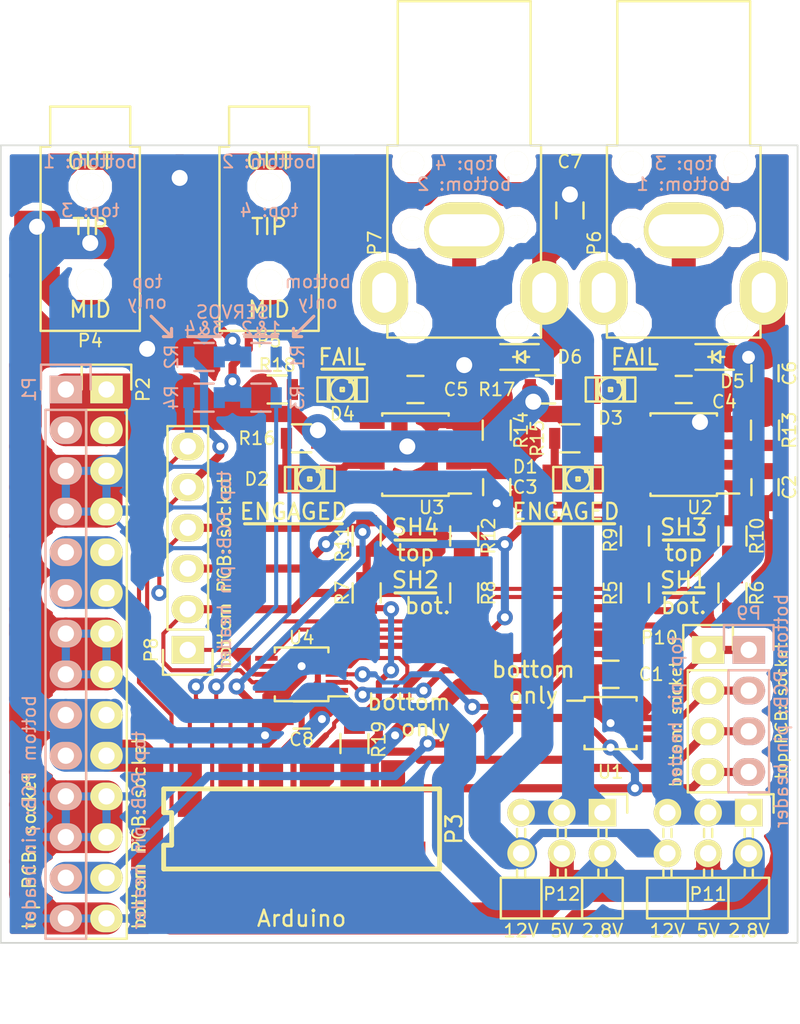
<source format=kicad_pcb>
(kicad_pcb (version 4) (host pcbnew 4.0.0-2.201512091501+6195~38~ubuntu14.04.1-stable)
  (layers (0 F.Cu signal) (31 B.Cu signal hide) (34 B.Paste user) (35 F.Paste user) (36 B.SilkS user) (37 F.SilkS user) (38 B.Mask user) (39 F.Mask user) (44 Edge.Cuts user))
  (net 0 "")
  (net 1 +5VP)
  (net 2 GND)
  (net 3 +12V)
  (net 4 /shutterPWM/SHA_PWR)
  (net 5 /shutterPWM/SHB_PWR)
  (net 6 /shutterPWM/SHA_O/C)
  (net 7 /shutterPWM/SHB_O/C)
  (net 8 +2V5)
  (net 9 +3V3)
  (net 10 /SERVO3)
  (net 11 /SERVO4)
  (net 12 /SERVO1)
  (net 13 /SERVO2)
  (net 14 /shutterPWM/SH3)
  (net 15 /shutterPWM/SH4)
  (net 16 /shutterPWM/SH1)
  (net 17 /shutterPWM/SH2)
  (net 18 /shutterPWM/SH_~LDAC)
  (net 19 "Net-(P3-Pad10)")
  (net 20 /I2C/SCL_3V3)
  (net 21 /I2C/SDA_3V3)
  (net 22 /SERVOA)
  (net 23 /SERVOB)
  (net 24 "Net-(P6-Pad3)")
  (net 25 "Net-(P7-Pad3)")
  (net 26 /shutterPWM/SH3_PWM)
  (net 27 /shutterPWM/SH4_PWM)
  (net 28 /I2C/SDA_5V)
  (net 29 /I2C/SCL_5V)
  (net 30 /shutterPWM/SHA_IN)
  (net 31 /shutterPWM/SH1_PWM)
  (net 32 /shutterPWM/SHA_PWM)
  (net 33 /shutterPWM/SHB_IN)
  (net 34 /shutterPWM/SH2_PWM)
  (net 35 /shutterPWM/SHB_PWM)
  (net 36 /shutterPWM/DA)
  (net 37 /shutterPWM/DB)
  (net 38 /shutterPWM/ENG_A)
  (net 39 /shutterPWM/EA)
  (net 40 /shutterPWM/ENG_B)
  (net 41 /shutterPWM/EB)
  (net 42 /shutterPWM/FA)
  (net 43 /shutterPWM/FB)
  (net 44 /shutterPWM/OA)
  (net 45 /shutterPWM/OB)
  (net 46 "Net-(U4-Pad5)")
  (net 47 "Net-(R19-Pad2)")
  (module Diodes_SMD:SOD-323 (layer F.Cu) (at 132.588 113.284)
    (fp_text reference D6 (at 3.048 0) (layer F.SilkS) (effects (font (size 0.8 0.8) (thickness 0.12))))
    (fp_text value PMEG2020 hide)
    (pad 1 smd rect (at -1.055 0) (size 1 1) (layers F.Cu F.Paste F.Mask) (net 7 /shutterPWM/SHB_O/C))
    (pad 2 smd rect (at 1.055 0) (size 1 1) (layers F.Cu F.Paste F.Mask) (net 5 /shutterPWM/SHB_PWR))
  )
  (module Diodes_SMD:SOD-323 (layer F.Cu) (at 144.78 113.284)
    (fp_text reference D5 (at 1.016 1.524) (layer F.SilkS) (effects (font (size 0.8 0.8) (thickness 0.12))))
    (fp_text value PMEG2020 hide)
    (pad 1 smd rect (at -1.055 0) (size 1 1) (layers F.Cu F.Paste F.Mask) (net 6 /shutterPWM/SHA_O/C))
    (pad 2 smd rect (at 1.055 0) (size 1 1) (layers F.Cu F.Paste F.Mask) (net 4 /shutterPWM/SHA_PWR))
  )
  (module LEDs:LED-1206 (layer F.Cu) (at 138.176 115.316 180)
    (fp_text reference D3 (at 0 -1.778 180) (layer F.SilkS) (effects (font (size 0.8 0.8) (thickness 0.12))))
    (fp_text value RED hide)
    (pad 2 smd rect (at 1.41986 0) (size 1.59766 1.80086) (layers F.Cu F.Paste F.Mask) (net 42 /shutterPWM/FA))
    (pad 1 smd rect (at -1.41986 0) (size 1.59766 1.80086) (layers F.Cu F.Paste F.Mask) (net 6 /shutterPWM/SHA_O/C))
  )
  (module LEDs:LED-1206 (layer F.Cu) (at 121.412 115.316 180)
    (fp_text reference D4 (at 0 -1.524 180) (layer F.SilkS) (effects (font (size 0.8 0.8) (thickness 0.12))))
    (fp_text value RED hide)
    (pad 2 smd rect (at 1.41986 0) (size 1.59766 1.80086) (layers F.Cu F.Paste F.Mask) (net 43 /shutterPWM/FB))
    (pad 1 smd rect (at -1.41986 0) (size 1.59766 1.80086) (layers F.Cu F.Paste F.Mask) (net 7 /shutterPWM/SHB_O/C))
  )
  (module LEDs:LED-1206 (layer F.Cu) (at 119.38 120.904 180)
    (fp_text reference D2 (at 3.302 0 180) (layer F.SilkS) (effects (font (size 0.8 0.8) (thickness 0.12))))
    (fp_text value YELLOW hide)
    (pad 2 smd rect (at 1.41986 0) (size 1.59766 1.80086) (layers F.Cu F.Paste F.Mask) (net 41 /shutterPWM/EB))
    (pad 1 smd rect (at -1.41986 0) (size 1.59766 1.80086) (layers F.Cu F.Paste F.Mask) (net 40 /shutterPWM/ENG_B))
  )
  (module LEDs:LED-1206 (layer F.Cu) (at 136.144 120.904 180)
    (fp_text reference D1 (at 3.302 0.762 360) (layer F.SilkS) (effects (font (size 0.8 0.8) (thickness 0.12))))
    (fp_text value YELLOW hide)
    (pad 2 smd rect (at 1.41986 0) (size 1.59766 1.80086) (layers F.Cu F.Paste F.Mask) (net 39 /shutterPWM/EA))
    (pad 1 smd rect (at -1.41986 0) (size 1.59766 1.80086) (layers F.Cu F.Paste F.Mask) (net 38 /shutterPWM/ENG_A))
  )
  (module Pin_Headers:Pin_Header_Angled_2x03 (layer F.Cu) (at 137.668 141.732 270)
    (fp_text reference P12 (at 5.08 2.54 360) (layer F.SilkS) (effects (font (size 0.8 0.8) (thickness 0.12))))
    (fp_text value Header_R/A_2x3 hide)
    (pad 1 thru_hole rect (at 0 0 270) (size 1.7272 1.7272) (drill 1.016) (layers *.Cu *.Mask F.SilkS) (net 5 /shutterPWM/SHB_PWR))
    (pad 2 thru_hole oval (at 2.54 0 270) (size 1.7272 1.7272) (drill 1.016) (layers *.Cu *.Mask F.SilkS) (net 8 +2V5))
    (pad 3 thru_hole oval (at 0 2.54 270) (size 1.7272 1.7272) (drill 1.016) (layers *.Cu *.Mask F.SilkS) (net 5 /shutterPWM/SHB_PWR))
    (pad 4 thru_hole oval (at 2.54 2.54 270) (size 1.7272 1.7272) (drill 1.016) (layers *.Cu *.Mask F.SilkS) (net 1 +5VP))
    (pad 5 thru_hole oval (at 0 5.08 270) (size 1.7272 1.7272) (drill 1.016) (layers *.Cu *.Mask F.SilkS) (net 5 /shutterPWM/SHB_PWR))
    (pad 6 thru_hole oval (at 2.54 5.08 270) (size 1.7272 1.7272) (drill 1.016) (layers *.Cu *.Mask F.SilkS) (net 3 +12V))
  )
  (module Pin_Headers:Pin_Header_Angled_2x03 (layer F.Cu) (at 146.812 141.732 270)
    (fp_text reference P11 (at 5.08 2.54 540) (layer F.SilkS) (effects (font (size 0.8 0.8) (thickness 0.12))))
    (fp_text value Header_R/A_2x3 hide)
    (pad 1 thru_hole rect (at 0 0 270) (size 1.7272 1.7272) (drill 1.016) (layers *.Cu *.Mask F.SilkS) (net 4 /shutterPWM/SHA_PWR))
    (pad 2 thru_hole oval (at 2.54 0 270) (size 1.7272 1.7272) (drill 1.016) (layers *.Cu *.Mask F.SilkS) (net 8 +2V5))
    (pad 3 thru_hole oval (at 0 2.54 270) (size 1.7272 1.7272) (drill 1.016) (layers *.Cu *.Mask F.SilkS) (net 4 /shutterPWM/SHA_PWR))
    (pad 4 thru_hole oval (at 2.54 2.54 270) (size 1.7272 1.7272) (drill 1.016) (layers *.Cu *.Mask F.SilkS) (net 1 +5VP))
    (pad 5 thru_hole oval (at 0 5.08 270) (size 1.7272 1.7272) (drill 1.016) (layers *.Cu *.Mask F.SilkS) (net 4 /shutterPWM/SHA_PWR))
    (pad 6 thru_hole oval (at 2.54 5.08 270) (size 1.7272 1.7272) (drill 1.016) (layers *.Cu *.Mask F.SilkS) (net 3 +12V))
  )
  (module jakub:PSG01544 (layer F.Cu) (at 142.748 100.076 270)
    (fp_text reference P6 (at 6.096 5.588 270) (layer F.SilkS) (effects (font (size 0.8 0.8) (thickness 0.12))))
    (fp_text value RCA_3 hide)
    (pad "" np_thru_hole circle (at 11.1 -3.25 270) (size 1.5 1.5) (drill 1.5) (layers *.Cu *.Mask F.SilkS))
    (pad "" np_thru_hole circle (at 11.1 3.25 270) (size 1.5 1.5) (drill 1.5) (layers *.Cu *.Mask F.SilkS))
    (pad "" np_thru_hole circle (at 5.1 -3.25 270) (size 1.5 1.5) (drill 1.5) (layers *.Cu *.Mask F.SilkS))
    (pad "" np_thru_hole circle (at 5.2 3.25 270) (size 1.5 1.5) (drill 1.5) (layers *.Cu *.Mask F.SilkS))
    (pad "" np_thru_hole circle (at 1.1 -3.25 270) (size 1.5 1.5) (drill 1.5) (layers *.Cu *.Mask F.SilkS))
    (pad "" np_thru_hole circle (at 1.1 3.25 270) (size 1.5 1.5) (drill 1.5) (layers *.Cu *.Mask F.SilkS))
    (pad 2 thru_hole oval (at 9.2 -5 270) (size 4 3) (drill oval 2.5 1.5) (layers *.Cu *.Mask F.SilkS) (net 4 /shutterPWM/SHA_PWR))
    (pad 3 thru_hole oval (at 9.2 5 270) (size 4 3) (drill oval 2.5 1.5) (layers *.Cu *.Mask F.SilkS) (net 24 "Net-(P6-Pad3)"))
    (pad 1 thru_hole oval (at 5.3 0 270) (size 3.5 5) (drill oval 2 4.4) (layers *.Cu *.Mask F.SilkS) (net 6 /shutterPWM/SHA_O/C))
  )
  (module jakub:PSG01544 (layer F.Cu) (at 129.032 100.076 270)
    (fp_text reference P7 (at 6.096 5.588 270) (layer F.SilkS) (effects (font (size 0.8 0.8) (thickness 0.12))))
    (fp_text value RCA_3 hide)
    (pad "" np_thru_hole circle (at 11.1 -3.25 270) (size 1.5 1.5) (drill 1.5) (layers *.Cu *.Mask F.SilkS))
    (pad "" np_thru_hole circle (at 11.1 3.25 270) (size 1.5 1.5) (drill 1.5) (layers *.Cu *.Mask F.SilkS))
    (pad "" np_thru_hole circle (at 5.1 -3.25 270) (size 1.5 1.5) (drill 1.5) (layers *.Cu *.Mask F.SilkS))
    (pad "" np_thru_hole circle (at 5.2 3.25 270) (size 1.5 1.5) (drill 1.5) (layers *.Cu *.Mask F.SilkS))
    (pad "" np_thru_hole circle (at 1.1 -3.25 270) (size 1.5 1.5) (drill 1.5) (layers *.Cu *.Mask F.SilkS))
    (pad "" np_thru_hole circle (at 1.1 3.25 270) (size 1.5 1.5) (drill 1.5) (layers *.Cu *.Mask F.SilkS))
    (pad 2 thru_hole oval (at 9.2 -5 270) (size 4 3) (drill oval 2.5 1.5) (layers *.Cu *.Mask F.SilkS) (net 5 /shutterPWM/SHB_PWR))
    (pad 3 thru_hole oval (at 9.2 5 270) (size 4 3) (drill oval 2.5 1.5) (layers *.Cu *.Mask F.SilkS) (net 25 "Net-(P7-Pad3)"))
    (pad 1 thru_hole oval (at 5.3 0 270) (size 3.5 5) (drill oval 2 4.4) (layers *.Cu *.Mask F.SilkS) (net 7 /shutterPWM/SHB_O/C))
  )
  (module Pin_Headers:Pin_Header_Straight_1x04 (layer B.Cu) (at 146.812 131.572 180)
    (fp_text reference P9 (at 0 2.286 360) (layer B.SilkS) (effects (font (size 0.8 0.8) (thickness 0.12)) (justify mirror)))
    (fp_text value Header_1x4 hide)
    (pad 1 thru_hole rect (at 0 0 180) (size 2.032 1.7272) (drill 1.016) (layers *.Cu *.Mask B.SilkS) (net 29 /I2C/SCL_5V))
    (pad 2 thru_hole oval (at 0 -2.54 180) (size 2.032 1.7272) (drill 1.016) (layers *.Cu *.Mask B.SilkS) (net 28 /I2C/SDA_5V))
    (pad 3 thru_hole oval (at 0 -5.08 180) (size 2.032 1.7272) (drill 1.016) (layers *.Cu *.Mask B.SilkS) (net 21 /I2C/SDA_3V3))
    (pad 4 thru_hole oval (at 0 -7.62 180) (size 2.032 1.7272) (drill 1.016) (layers *.Cu *.Mask B.SilkS) (net 20 /I2C/SCL_3V3))
  )
  (module Resistors_SMD:R_0805 (layer B.Cu) (at 116.332 113.284 180)
    (fp_text reference R1 (at -2.286 0 270) (layer B.SilkS) (effects (font (size 0.8 0.8) (thickness 0.12)) (justify mirror)))
    (fp_text value 0R hide)
    (pad 1 smd rect (at -0.95 0 180) (size 0.7 1.3) (layers B.Cu B.Paste B.Mask) (net 12 /SERVO1))
    (pad 2 smd rect (at 0.95 0 180) (size 0.7 1.3) (layers B.Cu B.Paste B.Mask) (net 22 /SERVOA))
  )
  (module Resistors_SMD:R_0805 (layer B.Cu) (at 112.776 113.284)
    (fp_text reference R2 (at -2.032 0 90) (layer B.SilkS) (effects (font (size 0.8 0.8) (thickness 0.12)) (justify mirror)))
    (fp_text value 0R hide)
    (pad 1 smd rect (at -0.95 0) (size 0.7 1.3) (layers B.Cu B.Paste B.Mask) (net 10 /SERVO3))
    (pad 2 smd rect (at 0.95 0) (size 0.7 1.3) (layers B.Cu B.Paste B.Mask) (net 22 /SERVOA))
  )
  (module Resistors_SMD:R_0805 (layer B.Cu) (at 116.332 115.824 180)
    (fp_text reference R3 (at -2.286 0 270) (layer B.SilkS) (effects (font (size 0.8 0.8) (thickness 0.12)) (justify mirror)))
    (fp_text value 0R hide)
    (pad 1 smd rect (at -0.95 0 180) (size 0.7 1.3) (layers B.Cu B.Paste B.Mask) (net 13 /SERVO2))
    (pad 2 smd rect (at 0.95 0 180) (size 0.7 1.3) (layers B.Cu B.Paste B.Mask) (net 23 /SERVOB))
  )
  (module Resistors_SMD:R_0805 (layer B.Cu) (at 112.776 115.824)
    (fp_text reference R4 (at -2.032 0 90) (layer B.SilkS) (effects (font (size 0.8 0.8) (thickness 0.12)) (justify mirror)))
    (fp_text value 0R hide)
    (pad 1 smd rect (at -0.95 0) (size 0.7 1.3) (layers B.Cu B.Paste B.Mask) (net 11 /SERVO4))
    (pad 2 smd rect (at 0.95 0) (size 0.7 1.3) (layers B.Cu B.Paste B.Mask) (net 23 /SERVOB))
  )
  (module Housings_SSOP:TSSOP-8_3x3mm_Pitch0.65mm (layer F.Cu) (at 138.176 136.144)
    (fp_text reference U1 (at 0 3.048) (layer F.SilkS) (effects (font (size 0.8 0.8) (thickness 0.12))))
    (fp_text value PCA9306 hide)
    (pad 1 smd rect (at -2.15 -0.975) (size 1.1 0.4) (layers F.Cu F.Paste F.Mask) (net 2 GND))
    (pad 2 smd rect (at -2.15 -0.325) (size 1.1 0.4) (layers F.Cu F.Paste F.Mask) (net 9 +3V3))
    (pad 3 smd rect (at -2.15 0.325) (size 1.1 0.4) (layers F.Cu F.Paste F.Mask) (net 20 /I2C/SCL_3V3))
    (pad 4 smd rect (at -2.15 0.975) (size 1.1 0.4) (layers F.Cu F.Paste F.Mask) (net 21 /I2C/SDA_3V3))
    (pad 5 smd rect (at 2.15 0.975) (size 1.1 0.4) (layers F.Cu F.Paste F.Mask) (net 28 /I2C/SDA_5V))
    (pad 6 smd rect (at 2.15 0.325) (size 1.1 0.4) (layers F.Cu F.Paste F.Mask) (net 29 /I2C/SCL_5V))
    (pad 7 smd rect (at 2.15 -0.325) (size 1.1 0.4) (layers F.Cu F.Paste F.Mask) (net 1 +5VP))
    (pad 8 smd rect (at 2.15 -0.975) (size 1.1 0.4) (layers F.Cu F.Paste F.Mask) (net 1 +5VP))
  )
  (module Housings_SSOP:MSOP-10_3x3mm_Pitch0.5mm (layer F.Cu) (at 118.872 133.096 180)
    (fp_text reference U4 (at 0 2.286 180) (layer F.SilkS) (effects (font (size 0.8 0.8) (thickness 0.12))))
    (fp_text value MCP4728 hide)
    (pad 1 smd rect (at -2.2 -1 180) (size 1.4 0.3) (layers F.Cu F.Paste F.Mask) (net 1 +5VP))
    (pad 2 smd rect (at -2.2 -0.5 180) (size 1.4 0.3) (layers F.Cu F.Paste F.Mask) (net 29 /I2C/SCL_5V))
    (pad 3 smd rect (at -2.2 0 180) (size 1.4 0.3) (layers F.Cu F.Paste F.Mask) (net 28 /I2C/SDA_5V))
    (pad 4 smd rect (at -2.2 0.5 180) (size 1.4 0.3) (layers F.Cu F.Paste F.Mask) (net 47 "Net-(R19-Pad2)"))
    (pad 5 smd rect (at -2.2 1 180) (size 1.4 0.3) (layers F.Cu F.Paste F.Mask) (net 46 "Net-(U4-Pad5)"))
    (pad 6 smd rect (at 2.2 1 180) (size 1.4 0.3) (layers F.Cu F.Paste F.Mask) (net 31 /shutterPWM/SH1_PWM))
    (pad 7 smd rect (at 2.2 0.5 180) (size 1.4 0.3) (layers F.Cu F.Paste F.Mask) (net 34 /shutterPWM/SH2_PWM))
    (pad 8 smd rect (at 2.2 0 180) (size 1.4 0.3) (layers F.Cu F.Paste F.Mask) (net 26 /shutterPWM/SH3_PWM))
    (pad 9 smd rect (at 2.2 -0.5 180) (size 1.4 0.3) (layers F.Cu F.Paste F.Mask) (net 27 /shutterPWM/SH4_PWM))
    (pad 10 smd rect (at 2.2 -1 180) (size 1.4 0.3) (layers F.Cu F.Paste F.Mask) (net 2 GND))
  )
  (module jakub:MJ4435-R (layer F.Cu) (at 116.84 105.156 270)
    (fp_text reference P5 (at 7.112 0 360) (layer F.SilkS) (effects (font (size 0.8 0.8) (thickness 0.12))))
    (fp_text value Jack_3.5mm_3pin hide)
    (fp_text user MID (at 5.16 0 360) (layer F.SilkS))
    (fp_text user TIP (at 0 0 360) (layer F.SilkS))
    (fp_text user OUT (at -4.1 0 360) (layer F.SilkS))
    (pad "" np_thru_hole circle (at 3.5 0 270) (size 1.7 1.7) (drill 1.7) (layers *.Cu *.Mask F.SilkS))
    (pad "" np_thru_hole circle (at -2.5 0 270) (size 1.7 1.7) (drill 1.7) (layers *.Cu *.Mask F.SilkS))
    (pad 1 smd rect (at -3.2 -3.325 270) (size 2 2.85) (layers F.Cu F.Paste F.Mask) (net 2 GND))
    (pad 3 smd rect (at 0 -3.325 270) (size 2 2.85) (layers F.Cu F.Paste F.Mask) (net 1 +5VP))
    (pad 2 smd rect (at 3.5 -3.325 270) (size 2 2.85) (layers F.Cu F.Paste F.Mask) (net 23 /SERVOB))
    (pad 1 smd rect (at -3.2 3.325 270) (size 2 2.85) (layers F.Cu F.Paste F.Mask) (net 2 GND))
    (pad 3 smd rect (at 0 3.325 270) (size 2 2.85) (layers F.Cu F.Paste F.Mask) (net 1 +5VP))
    (pad 2 smd rect (at 3.5 3.325 270) (size 2 2.85) (layers F.Cu F.Paste F.Mask) (net 23 /SERVOB))
  )
  (module jakub:MJ4435-R (layer F.Cu) (at 105.664 105.156 270)
    (fp_text reference P4 (at 7.112 0 360) (layer F.SilkS) (effects (font (size 0.8 0.8) (thickness 0.12))))
    (fp_text value Jack_3.5mm_3pin hide)
    (fp_text user MID (at 5.16 0 360) (layer F.SilkS))
    (fp_text user TIP (at 0 0 360) (layer F.SilkS))
    (fp_text user OUT (at -4.1 0 360) (layer F.SilkS))
    (pad "" np_thru_hole circle (at 3.5 0 270) (size 1.7 1.7) (drill 1.7) (layers *.Cu *.Mask F.SilkS))
    (pad "" np_thru_hole circle (at -2.5 0 270) (size 1.7 1.7) (drill 1.7) (layers *.Cu *.Mask F.SilkS))
    (pad 1 smd rect (at -3.2 -3.325 270) (size 2 2.85) (layers F.Cu F.Paste F.Mask) (net 2 GND))
    (pad 3 smd rect (at 0 -3.325 270) (size 2 2.85) (layers F.Cu F.Paste F.Mask) (net 1 +5VP))
    (pad 2 smd rect (at 3.5 -3.325 270) (size 2 2.85) (layers F.Cu F.Paste F.Mask) (net 22 /SERVOA))
    (pad 1 smd rect (at -3.2 3.325 270) (size 2 2.85) (layers F.Cu F.Paste F.Mask) (net 2 GND))
    (pad 3 smd rect (at 0 3.325 270) (size 2 2.85) (layers F.Cu F.Paste F.Mask) (net 1 +5VP))
    (pad 2 smd rect (at 3.5 3.325 270) (size 2 2.85) (layers F.Cu F.Paste F.Mask) (net 22 /SERVOA))
  )
  (module Housings_SOIC:SOIC-8_3.9x4.9mm_Pitch1.27mm (layer F.Cu) (at 142.748 119.38 180)
    (fp_text reference U2 (at -1.016 -3.302 180) (layer F.SilkS) (effects (font (size 0.8 0.8) (thickness 0.12))))
    (fp_text value DRV103 hide)
    (pad 1 smd rect (at -2.7 -1.905 180) (size 1.55 0.6) (layers F.Cu F.Paste F.Mask) (net 32 /shutterPWM/SHA_PWM))
    (pad 2 smd rect (at -2.7 -0.635 180) (size 1.55 0.6) (layers F.Cu F.Paste F.Mask) (net 36 /shutterPWM/DA))
    (pad 3 smd rect (at -2.7 0.635 180) (size 1.55 0.6) (layers F.Cu F.Paste F.Mask) (net 44 /shutterPWM/OA))
    (pad 4 smd rect (at -2.7 1.905 180) (size 1.55 0.6) (layers F.Cu F.Paste F.Mask) (net 2 GND))
    (pad 5 smd rect (at 2.7 1.905 180) (size 1.55 0.6) (layers F.Cu F.Paste F.Mask) (net 6 /shutterPWM/SHA_O/C))
    (pad 6 smd rect (at 2.7 0.635 180) (size 1.55 0.6) (layers F.Cu F.Paste F.Mask) (net 3 +12V))
    (pad 7 smd rect (at 2.7 -0.635 180) (size 1.55 0.6) (layers F.Cu F.Paste F.Mask) (net 38 /shutterPWM/ENG_A))
    (pad 8 smd rect (at 2.7 -1.905 180) (size 1.55 0.6) (layers F.Cu F.Paste F.Mask) (net 30 /shutterPWM/SHA_IN))
  )
  (module Housings_SOIC:SOIC-8_3.9x4.9mm_Pitch1.27mm (layer F.Cu) (at 125.984 119.38 180)
    (fp_text reference U3 (at -1.016 -3.302 180) (layer F.SilkS) (effects (font (size 0.8 0.8) (thickness 0.12))))
    (fp_text value DRV103 hide)
    (pad 1 smd rect (at -2.7 -1.905 180) (size 1.55 0.6) (layers F.Cu F.Paste F.Mask) (net 35 /shutterPWM/SHB_PWM))
    (pad 2 smd rect (at -2.7 -0.635 180) (size 1.55 0.6) (layers F.Cu F.Paste F.Mask) (net 37 /shutterPWM/DB))
    (pad 3 smd rect (at -2.7 0.635 180) (size 1.55 0.6) (layers F.Cu F.Paste F.Mask) (net 45 /shutterPWM/OB))
    (pad 4 smd rect (at -2.7 1.905 180) (size 1.55 0.6) (layers F.Cu F.Paste F.Mask) (net 2 GND))
    (pad 5 smd rect (at 2.7 1.905 180) (size 1.55 0.6) (layers F.Cu F.Paste F.Mask) (net 7 /shutterPWM/SHB_O/C))
    (pad 6 smd rect (at 2.7 0.635 180) (size 1.55 0.6) (layers F.Cu F.Paste F.Mask) (net 3 +12V))
    (pad 7 smd rect (at 2.7 -0.635 180) (size 1.55 0.6) (layers F.Cu F.Paste F.Mask) (net 40 /shutterPWM/ENG_B))
    (pad 8 smd rect (at 2.7 -1.905 180) (size 1.55 0.6) (layers F.Cu F.Paste F.Mask) (net 33 /shutterPWM/SHB_IN))
  )
  (module Capacitors_SMD:C_0805 (layer F.Cu) (at 138.176 133.096 180)
    (fp_text reference C1 (at -2.54 0 360) (layer F.SilkS) (effects (font (size 0.8 0.8) (thickness 0.12))))
    (fp_text value 100n hide)
    (pad 1 smd rect (at -1 0 180) (size 1 1.25) (layers F.Cu F.Paste F.Mask) (net 1 +5VP))
    (pad 2 smd rect (at 1 0 180) (size 1 1.25) (layers F.Cu F.Paste F.Mask) (net 2 GND))
  )
  (module Capacitors_SMD:C_0805 (layer F.Cu) (at 147.828 121.412 90)
    (fp_text reference C2 (at 0 1.524 90) (layer F.SilkS) (effects (font (size 0.8 0.8) (thickness 0.12))))
    (fp_text value 10n hide)
    (pad 1 smd rect (at -1 0 90) (size 1 1.25) (layers F.Cu F.Paste F.Mask) (net 2 GND))
    (pad 2 smd rect (at 1 0 90) (size 1 1.25) (layers F.Cu F.Paste F.Mask) (net 36 /shutterPWM/DA))
  )
  (module Capacitors_SMD:C_0805 (layer F.Cu) (at 131.064 121.412 90)
    (fp_text reference C3 (at 0 1.778 180) (layer F.SilkS) (effects (font (size 0.8 0.8) (thickness 0.12))))
    (fp_text value 10n hide)
    (pad 1 smd rect (at -1 0 90) (size 1 1.25) (layers F.Cu F.Paste F.Mask) (net 2 GND))
    (pad 2 smd rect (at 1 0 90) (size 1 1.25) (layers F.Cu F.Paste F.Mask) (net 37 /shutterPWM/DB))
  )
  (module Capacitors_SMD:C_0805 (layer F.Cu) (at 142.748 115.316 180)
    (fp_text reference C4 (at -2.54 -0.762 180) (layer F.SilkS) (effects (font (size 0.8 0.8) (thickness 0.12))))
    (fp_text value 4u7/25V hide)
    (pad 1 smd rect (at -1 0 180) (size 1 1.25) (layers F.Cu F.Paste F.Mask) (net 2 GND))
    (pad 2 smd rect (at 1 0 180) (size 1 1.25) (layers F.Cu F.Paste F.Mask) (net 3 +12V))
  )
  (module Capacitors_SMD:C_0805 (layer F.Cu) (at 125.984 115.316 180)
    (fp_text reference C5 (at -2.54 0 180) (layer F.SilkS) (effects (font (size 0.8 0.8) (thickness 0.12))))
    (fp_text value 4u7/25V hide)
    (pad 1 smd rect (at -1 0 180) (size 1 1.25) (layers F.Cu F.Paste F.Mask) (net 2 GND))
    (pad 2 smd rect (at 1 0 180) (size 1 1.25) (layers F.Cu F.Paste F.Mask) (net 3 +12V))
  )
  (module Capacitors_SMD:C_0805 (layer F.Cu) (at 147.828 114.3 90)
    (fp_text reference C6 (at 0 1.524 270) (layer F.SilkS) (effects (font (size 0.8 0.8) (thickness 0.12))))
    (fp_text value 10u/25V hide)
    (pad 1 smd rect (at -1 0 90) (size 1 1.25) (layers F.Cu F.Paste F.Mask) (net 2 GND))
    (pad 2 smd rect (at 1 0 90) (size 1 1.25) (layers F.Cu F.Paste F.Mask) (net 4 /shutterPWM/SHA_PWR))
  )
  (module Capacitors_SMD:C_0805 (layer F.Cu) (at 135.636 104.14 270)
    (fp_text reference C7 (at -3.048 0 360) (layer F.SilkS) (effects (font (size 0.8 0.8) (thickness 0.12))))
    (fp_text value 10u/25V hide)
    (pad 1 smd rect (at -1 0 270) (size 1 1.25) (layers F.Cu F.Paste F.Mask) (net 2 GND))
    (pad 2 smd rect (at 1 0 270) (size 1 1.25) (layers F.Cu F.Paste F.Mask) (net 5 /shutterPWM/SHB_PWR))
  )
  (module Capacitors_SMD:C_0805 (layer F.Cu) (at 118.872 135.636)
    (fp_text reference C8 (at 0 1.524) (layer F.SilkS) (effects (font (size 0.8 0.8) (thickness 0.12))))
    (fp_text value 100n hide)
    (pad 1 smd rect (at -1 0) (size 1 1.25) (layers F.Cu F.Paste F.Mask) (net 2 GND))
    (pad 2 smd rect (at 1 0) (size 1 1.25) (layers F.Cu F.Paste F.Mask) (net 1 +5VP))
  )
  (module Resistors_SMD:R_0805 (layer F.Cu) (at 139.7 124.46 90)
    (fp_text reference R9 (at -0.254 -1.524 90) (layer F.SilkS) (effects (font (size 0.8 0.8) (thickness 0.12))))
    (fp_text value 0R hide)
    (pad 1 smd rect (at -0.95 0 90) (size 0.7 1.3) (layers F.Cu F.Paste F.Mask) (net 30 /shutterPWM/SHA_IN))
    (pad 2 smd rect (at 0.95 0 90) (size 0.7 1.3) (layers F.Cu F.Paste F.Mask) (net 14 /shutterPWM/SH3))
  )
  (module Resistors_SMD:R_0805 (layer F.Cu) (at 145.796 128.016 90)
    (fp_text reference R6 (at 0 1.524 90) (layer F.SilkS) (effects (font (size 0.8 0.8) (thickness 0.12))))
    (fp_text value 0R hide)
    (pad 1 smd rect (at -0.95 0 90) (size 0.7 1.3) (layers F.Cu F.Paste F.Mask) (net 31 /shutterPWM/SH1_PWM))
    (pad 2 smd rect (at 0.95 0 90) (size 0.7 1.3) (layers F.Cu F.Paste F.Mask) (net 32 /shutterPWM/SHA_PWM))
  )
  (module Resistors_SMD:R_0805 (layer F.Cu) (at 122.936 124.46 90)
    (fp_text reference R11 (at -0.508 -1.524 90) (layer F.SilkS) (effects (font (size 0.8 0.8) (thickness 0.12))))
    (fp_text value 0R hide)
    (pad 1 smd rect (at -0.95 0 90) (size 0.7 1.3) (layers F.Cu F.Paste F.Mask) (net 33 /shutterPWM/SHB_IN))
    (pad 2 smd rect (at 0.95 0 90) (size 0.7 1.3) (layers F.Cu F.Paste F.Mask) (net 15 /shutterPWM/SH4))
  )
  (module Resistors_SMD:R_0805 (layer F.Cu) (at 129.032 128.016 90)
    (fp_text reference R8 (at 0 1.524 90) (layer F.SilkS) (effects (font (size 0.8 0.8) (thickness 0.12))))
    (fp_text value 0R hide)
    (pad 1 smd rect (at -0.95 0 90) (size 0.7 1.3) (layers F.Cu F.Paste F.Mask) (net 34 /shutterPWM/SH2_PWM))
    (pad 2 smd rect (at 0.95 0 90) (size 0.7 1.3) (layers F.Cu F.Paste F.Mask) (net 35 /shutterPWM/SHB_PWM))
  )
  (module Resistors_SMD:R_0805 (layer F.Cu) (at 139.7 128.016 90)
    (fp_text reference R5 (at 0 -1.524 90) (layer F.SilkS) (effects (font (size 0.8 0.8) (thickness 0.12))))
    (fp_text value 0R hide)
    (pad 1 smd rect (at -0.95 0 90) (size 0.7 1.3) (layers F.Cu F.Paste F.Mask) (net 16 /shutterPWM/SH1))
    (pad 2 smd rect (at 0.95 0 90) (size 0.7 1.3) (layers F.Cu F.Paste F.Mask) (net 30 /shutterPWM/SHA_IN))
  )
  (module Resistors_SMD:R_0805 (layer F.Cu) (at 145.796 124.46 270)
    (fp_text reference R10 (at 0 -1.524 270) (layer F.SilkS) (effects (font (size 0.8 0.8) (thickness 0.12))))
    (fp_text value 0R hide)
    (pad 1 smd rect (at -0.95 0 270) (size 0.7 1.3) (layers F.Cu F.Paste F.Mask) (net 32 /shutterPWM/SHA_PWM))
    (pad 2 smd rect (at 0.95 0 270) (size 0.7 1.3) (layers F.Cu F.Paste F.Mask) (net 26 /shutterPWM/SH3_PWM))
  )
  (module Resistors_SMD:R_0805 (layer F.Cu) (at 122.936 128.016 90)
    (fp_text reference R7 (at 0 -1.524 90) (layer F.SilkS) (effects (font (size 0.8 0.8) (thickness 0.12))))
    (fp_text value 0R hide)
    (pad 1 smd rect (at -0.95 0 90) (size 0.7 1.3) (layers F.Cu F.Paste F.Mask) (net 17 /shutterPWM/SH2))
    (pad 2 smd rect (at 0.95 0 90) (size 0.7 1.3) (layers F.Cu F.Paste F.Mask) (net 33 /shutterPWM/SHB_IN))
  )
  (module Resistors_SMD:R_0805 (layer F.Cu) (at 129.032 124.46 270)
    (fp_text reference R12 (at 0 -1.524 270) (layer F.SilkS) (effects (font (size 0.8 0.8) (thickness 0.12))))
    (fp_text value 0R hide)
    (pad 1 smd rect (at -0.95 0 270) (size 0.7 1.3) (layers F.Cu F.Paste F.Mask) (net 35 /shutterPWM/SHB_PWM))
    (pad 2 smd rect (at 0.95 0 270) (size 0.7 1.3) (layers F.Cu F.Paste F.Mask) (net 27 /shutterPWM/SH4_PWM))
  )
  (module Resistors_SMD:R_0805 (layer F.Cu) (at 147.828 117.856 270)
    (fp_text reference R13 (at 0 -1.524 270) (layer F.SilkS) (effects (font (size 0.8 0.8) (thickness 0.12))))
    (fp_text value 270k hide)
    (pad 1 smd rect (at -0.95 0 270) (size 0.7 1.3) (layers F.Cu F.Paste F.Mask) (net 2 GND))
    (pad 2 smd rect (at 0.95 0 270) (size 0.7 1.3) (layers F.Cu F.Paste F.Mask) (net 44 /shutterPWM/OA))
  )
  (module Resistors_SMD:R_0805 (layer F.Cu) (at 131.064 117.856 270)
    (fp_text reference R14 (at 0 -1.524 270) (layer F.SilkS) (effects (font (size 0.8 0.8) (thickness 0.12))))
    (fp_text value 270k hide)
    (pad 1 smd rect (at -0.95 0 270) (size 0.7 1.3) (layers F.Cu F.Paste F.Mask) (net 2 GND))
    (pad 2 smd rect (at 0.95 0 270) (size 0.7 1.3) (layers F.Cu F.Paste F.Mask) (net 45 /shutterPWM/OB))
  )
  (module Resistors_SMD:R_0805 (layer F.Cu) (at 135.636 118.364)
    (fp_text reference R15 (at -2.032 0 90) (layer F.SilkS) (effects (font (size 0.8 0.8) (thickness 0.12))))
    (fp_text value 10k hide)
    (pad 1 smd rect (at -0.95 0) (size 0.7 1.3) (layers F.Cu F.Paste F.Mask) (net 39 /shutterPWM/EA))
    (pad 2 smd rect (at 0.95 0) (size 0.7 1.3) (layers F.Cu F.Paste F.Mask) (net 3 +12V))
  )
  (module Resistors_SMD:R_0805 (layer F.Cu) (at 118.872 118.364)
    (fp_text reference R16 (at -2.794 0) (layer F.SilkS) (effects (font (size 0.8 0.8) (thickness 0.12))))
    (fp_text value 10k hide)
    (pad 1 smd rect (at -0.95 0) (size 0.7 1.3) (layers F.Cu F.Paste F.Mask) (net 41 /shutterPWM/EB))
    (pad 2 smd rect (at 0.95 0) (size 0.7 1.3) (layers F.Cu F.Paste F.Mask) (net 3 +12V))
  )
  (module Resistors_SMD:R_0805 (layer F.Cu) (at 134.112 115.316 180)
    (fp_text reference R17 (at 3.048 0 180) (layer F.SilkS) (effects (font (size 0.8 0.8) (thickness 0.12))))
    (fp_text value 10k hide)
    (pad 1 smd rect (at -0.95 0 180) (size 0.7 1.3) (layers F.Cu F.Paste F.Mask) (net 42 /shutterPWM/FA))
    (pad 2 smd rect (at 0.95 0 180) (size 0.7 1.3) (layers F.Cu F.Paste F.Mask) (net 3 +12V))
  )
  (module Resistors_SMD:R_0805 (layer F.Cu) (at 117.348 115.316 180)
    (fp_text reference R18 (at 0 1.524 180) (layer F.SilkS) (effects (font (size 0.8 0.8) (thickness 0.12))))
    (fp_text value 10k hide)
    (pad 1 smd rect (at -0.95 0 180) (size 0.7 1.3) (layers F.Cu F.Paste F.Mask) (net 43 /shutterPWM/FB))
    (pad 2 smd rect (at 0.95 0 180) (size 0.7 1.3) (layers F.Cu F.Paste F.Mask) (net 3 +12V))
  )
  (module Resistors_SMD:R_0805 (layer F.Cu) (at 122.174 137.414 90)
    (fp_text reference R19 (at 0.254 1.524 90) (layer F.SilkS) (effects (font (size 0.8 0.8) (thickness 0.12))))
    (fp_text value 0R hide)
    (pad 1 smd rect (at -0.95 0 90) (size 0.7 1.3) (layers F.Cu F.Paste F.Mask) (net 18 /shutterPWM/SH_~LDAC))
    (pad 2 smd rect (at 0.95 0 90) (size 0.7 1.3) (layers F.Cu F.Paste F.Mask) (net 47 "Net-(R19-Pad2)"))
  )
  (module jakub:1-188275-2 (layer F.Cu) (at 118.872 142.748)
    (fp_text reference P3 (at 9.525 0 90) (layer F.SilkS))
    (fp_text value "12-way Micro-MaTch" hide)
    (pad 1 smd rect (at -6.985 -2.5) (size 1.5 3.5) (layers F.Cu F.Paste F.Mask) (net 10 /SERVO3))
    (pad 2 smd rect (at -5.715 2.5) (size 1.5 3.5) (layers F.Cu F.Paste F.Mask) (net 11 /SERVO4))
    (pad 3 smd rect (at -4.445 -2.5) (size 1.5 3.5) (layers F.Cu F.Paste F.Mask) (net 12 /SERVO1))
    (pad 4 smd rect (at -3.175 2.5) (size 1.5 3.5) (layers F.Cu F.Paste F.Mask) (net 13 /SERVO2))
    (pad 5 smd rect (at -1.905 -2.5) (size 1.5 3.5) (layers F.Cu F.Paste F.Mask) (net 14 /shutterPWM/SH3))
    (pad 6 smd rect (at -0.635 2.5) (size 1.5 3.5) (layers F.Cu F.Paste F.Mask) (net 15 /shutterPWM/SH4))
    (pad 7 smd rect (at 0.635 -2.5) (size 1.5 3.5) (layers F.Cu F.Paste F.Mask) (net 16 /shutterPWM/SH1))
    (pad 8 smd rect (at 1.905 2.5) (size 1.5 3.5) (layers F.Cu F.Paste F.Mask) (net 17 /shutterPWM/SH2))
    (pad 9 smd rect (at 3.175 -2.54) (size 1.5 3.5) (layers F.Cu F.Paste F.Mask) (net 18 /shutterPWM/SH_~LDAC))
    (pad 10 smd rect (at 4.445 2.5) (size 1.5 3.5) (layers F.Cu F.Paste F.Mask) (net 19 "Net-(P3-Pad10)"))
    (pad 11 smd rect (at 5.715 -2.54) (size 1.5 3.5) (layers F.Cu F.Paste F.Mask) (net 20 /I2C/SCL_3V3))
    (pad 12 smd rect (at 6.985 2.54) (size 1.5 3.5) (layers F.Cu F.Paste F.Mask) (net 21 /I2C/SDA_3V3))
  )
  (module Pin_Headers:Pin_Header_Straight_1x14 (layer B.Cu) (at 104.14 115.316 180)
    (fp_text reference P1 (at 2.286 0 270) (layer B.SilkS) (effects (font (size 0.8 0.8) (thickness 0.12)) (justify mirror)))
    (fp_text value Header_1x14 hide)
    (pad 1 thru_hole rect (at 0 0 180) (size 2.032 1.7272) (drill 1.016) (layers *.Cu *.Mask B.SilkS) (net 3 +12V))
    (pad 2 thru_hole oval (at 0 -2.54 180) (size 2.032 1.7272) (drill 1.016) (layers *.Cu *.Mask B.SilkS) (net 3 +12V))
    (pad 3 thru_hole oval (at 0 -5.08 180) (size 2.032 1.7272) (drill 1.016) (layers *.Cu *.Mask B.SilkS) (net 2 GND))
    (pad 4 thru_hole oval (at 0 -7.62 180) (size 2.032 1.7272) (drill 1.016) (layers *.Cu *.Mask B.SilkS) (net 2 GND))
    (pad 5 thru_hole oval (at 0 -10.16 180) (size 2.032 1.7272) (drill 1.016) (layers *.Cu *.Mask B.SilkS) (net 8 +2V5))
    (pad 6 thru_hole oval (at 0 -12.7 180) (size 2.032 1.7272) (drill 1.016) (layers *.Cu *.Mask B.SilkS) (net 8 +2V5))
    (pad 7 thru_hole oval (at 0 -15.24 180) (size 2.032 1.7272) (drill 1.016) (layers *.Cu *.Mask B.SilkS) (net 2 GND))
    (pad 8 thru_hole oval (at 0 -17.78 180) (size 2.032 1.7272) (drill 1.016) (layers *.Cu *.Mask B.SilkS) (net 2 GND))
    (pad 9 thru_hole oval (at 0 -20.32 180) (size 2.032 1.7272) (drill 1.016) (layers *.Cu *.Mask B.SilkS) (net 1 +5VP))
    (pad 10 thru_hole oval (at 0 -22.86 180) (size 2.032 1.7272) (drill 1.016) (layers *.Cu *.Mask B.SilkS) (net 1 +5VP))
    (pad 11 thru_hole oval (at 0 -25.4 180) (size 2.032 1.7272) (drill 1.016) (layers *.Cu *.Mask B.SilkS) (net 2 GND))
    (pad 12 thru_hole oval (at 0 -27.94 180) (size 2.032 1.7272) (drill 1.016) (layers *.Cu *.Mask B.SilkS) (net 2 GND))
    (pad 13 thru_hole oval (at 0 -30.48 180) (size 2.032 1.7272) (drill 1.016) (layers *.Cu *.Mask B.SilkS) (net 9 +3V3))
    (pad 14 thru_hole oval (at 0 -33.02 180) (size 2.032 1.7272) (drill 1.016) (layers *.Cu *.Mask B.SilkS) (net 2 GND))
  )
  (module jakub:ESQ-114-33-G-S (layer F.Cu) (at 106.68 115.316)
    (fp_text reference P2 (at 2.286 0 270) (layer F.SilkS) (effects (font (size 0.8 0.8) (thickness 0.12))))
    (fp_text value Socket_1x14 hide)
    (pad 1 thru_hole rect (at 0 0) (size 2.032 1.7272) (drill 1.016) (layers *.Cu *.Mask F.SilkS) (net 3 +12V))
    (pad 2 thru_hole oval (at 0 2.54) (size 2.032 1.7272) (drill 1.016) (layers *.Cu *.Mask F.SilkS) (net 3 +12V))
    (pad 3 thru_hole oval (at 0 5.08) (size 2.032 1.7272) (drill 1.016) (layers *.Cu *.Mask F.SilkS) (net 2 GND))
    (pad 4 thru_hole oval (at 0 7.62) (size 2.032 1.7272) (drill 1.016) (layers *.Cu *.Mask F.SilkS) (net 2 GND))
    (pad 5 thru_hole oval (at 0 10.16) (size 2.032 1.7272) (drill 1.016) (layers *.Cu *.Mask F.SilkS) (net 8 +2V5))
    (pad 6 thru_hole oval (at 0 12.7) (size 2.032 1.7272) (drill 1.016) (layers *.Cu *.Mask F.SilkS) (net 8 +2V5))
    (pad 7 thru_hole oval (at 0 15.24) (size 2.032 1.7272) (drill 1.016) (layers *.Cu *.Mask F.SilkS) (net 2 GND))
    (pad 8 thru_hole oval (at 0 17.78) (size 2.032 1.7272) (drill 1.016) (layers *.Cu *.Mask F.SilkS) (net 2 GND))
    (pad 9 thru_hole oval (at 0 20.32) (size 2.032 1.7272) (drill 1.016) (layers *.Cu *.Mask F.SilkS) (net 1 +5VP))
    (pad 10 thru_hole oval (at 0 22.86) (size 2.032 1.7272) (drill 1.016) (layers *.Cu *.Mask F.SilkS) (net 1 +5VP))
    (pad 11 thru_hole oval (at 0 25.4) (size 2.032 1.7272) (drill 1.016) (layers *.Cu *.Mask F.SilkS) (net 2 GND))
    (pad 12 thru_hole oval (at 0 27.94) (size 2.032 1.7272) (drill 1.016) (layers *.Cu *.Mask F.SilkS) (net 2 GND))
    (pad 13 thru_hole oval (at 0 30.48) (size 2.032 1.7272) (drill 1.016) (layers *.Cu *.Mask F.SilkS) (net 9 +3V3))
    (pad 14 thru_hole oval (at 0 33.02) (size 2.032 1.7272) (drill 1.016) (layers *.Cu *.Mask F.SilkS) (net 2 GND))
  )
  (module jakub:ESQ-106-33-G-S (layer F.Cu) (at 111.76 131.572 90)
    (fp_text reference P8 (at 0 -2.286 270) (layer F.SilkS) (effects (font (size 0.8 0.8) (thickness 0.12))))
    (fp_text value Socket_1x6 hide)
    (pad 1 thru_hole rect (at 0 0 90) (size 1.7272 2.032) (drill 1.016) (layers *.Cu *.Mask F.SilkS) (net 26 /shutterPWM/SH3_PWM))
    (pad 2 thru_hole oval (at 2.54 0 90) (size 1.7272 2.032) (drill 1.016) (layers *.Cu *.Mask F.SilkS) (net 27 /shutterPWM/SH4_PWM))
    (pad 3 thru_hole oval (at 5.08 0 90) (size 1.7272 2.032) (drill 1.016) (layers *.Cu *.Mask F.SilkS) (net 14 /shutterPWM/SH3))
    (pad 4 thru_hole oval (at 7.62 0 90) (size 1.7272 2.032) (drill 1.016) (layers *.Cu *.Mask F.SilkS) (net 15 /shutterPWM/SH4))
    (pad 5 thru_hole oval (at 10.16 0 90) (size 1.7272 2.032) (drill 1.016) (layers *.Cu *.Mask F.SilkS) (net 10 /SERVO3))
    (pad 6 thru_hole oval (at 12.7 0 90) (size 1.7272 2.032) (drill 1.016) (layers *.Cu *.Mask F.SilkS) (net 11 /SERVO4))
  )
  (module jakub:ESQ-104-33-G-S (layer F.Cu) (at 144.272 131.572 270)
    (fp_text reference P10 (at -0.762 3.048 360) (layer F.SilkS) (effects (font (size 0.8 0.8) (thickness 0.12))))
    (fp_text value Socket_1x4 hide)
    (pad 1 thru_hole rect (at 0 0 270) (size 1.7272 2.032) (drill 1.016) (layers *.Cu *.Mask F.SilkS) (net 29 /I2C/SCL_5V))
    (pad 2 thru_hole oval (at 2.54 0 270) (size 1.7272 2.032) (drill 1.016) (layers *.Cu *.Mask F.SilkS) (net 28 /I2C/SDA_5V))
    (pad 3 thru_hole oval (at 5.08 0 270) (size 1.7272 2.032) (drill 1.016) (layers *.Cu *.Mask F.SilkS) (net 21 /I2C/SDA_3V3))
    (pad 4 thru_hole oval (at 7.62 0 270) (size 1.7272 2.032) (drill 1.016) (layers *.Cu *.Mask F.SilkS) (net 20 /I2C/SCL_3V3))
  )
  (gr_text "top: 4" (at 116.84 104.14) (layer B.SilkS) (effects (font (size 0.8 0.8) (thickness 0.12)) (justify mirror)))
  (gr_text "bottom: 2" (at 116.84 101.092) (layer B.SilkS) (effects (font (size 0.8 0.8) (thickness 0.12)) (justify mirror)))
  (gr_text "top: 3" (at 105.664 104.14) (layer B.SilkS) (effects (font (size 0.8 0.8) (thickness 0.12)) (justify mirror)))
  (gr_text "bottom: 1" (at 105.664 101.092) (layer B.SilkS) (effects (font (size 0.8 0.8) (thickness 0.12)) (justify mirror)))
  (gr_text "top: 3\nbottom: 1" (at 142.748 101.854) (layer B.SilkS) (effects (font (size 0.8 0.8) (thickness 0.12)) (justify mirror)))
  (gr_text "top: 4\nbottom: 2" (at 129.032 101.854) (layer B.SilkS) (effects (font (size 0.8 0.8) (thickness 0.12)) (justify mirror)))
  (gr_text Arduino (at 118.872 148.336) (layer F.SilkS) (effects (font (size 1 1))))
  (gr_text "bottom PCB: socket" (at 108.712 149.098 90) (layer F.SilkS) (effects (font (size 0.8 0.8) (thickness 0.12)) (justify left)))
  (gr_text "top PCB: socket" (at 148.844 135.382 90) (layer F.SilkS) (effects (font (size 0.7 0.7) (thickness 0.11))))
  (gr_text "top: pin header" (at 142.24 135.382 90) (layer B.SilkS) (effects (font (size 0.8 0.8) (thickness 0.12)) (justify mirror)))
  (gr_text "bottom PCB: pin header" (at 148.844 135.382 90) (layer B.SilkS) (effects (font (size 0.8 0.8) (thickness 0.12)) (justify mirror)))
  (gr_text "bottom: socket" (at 142.24 140.208 90) (layer F.SilkS) (effects (font (size 0.7 0.7) (thickness 0.11)) (justify left)))
  (gr_text "top PCB: socket" (at 101.854 149.098 90) (layer F.SilkS) (effects (font (size 0.8 0.8) (thickness 0.12)) (justify left)))
  (gr_text "bottom PCB: socket" (at 114.046 132.842 90) (layer F.SilkS) (effects (font (size 0.8 0.8) (thickness 0.12)) (justify left)))
  (gr_text "top PCB: pin header" (at 114.046 132.842 90) (layer B.SilkS) (effects (font (size 0.8 0.8) (thickness 0.12)) (justify right mirror)))
  (gr_text "bottom PCB: pin header" (at 101.854 149.098 90) (layer B.SilkS) (effects (font (size 0.8 0.8) (thickness 0.12)) (justify right mirror)))
  (gr_text "top PCB: pin header" (at 108.712 149.098 90) (layer B.SilkS) (effects (font (size 0.8 0.8) (thickness 0.12)) (justify right mirror)))
  (gr_line (start 110.744 112.014) (end 109.474 110.744) (angle 90) (layer B.SilkS) (width 0.2))
  (gr_line (start 110.744 112.014) (end 110.744 111.506) (angle 90) (layer B.SilkS) (width 0.2))
  (gr_line (start 110.744 112.014) (end 110.236 112.014) (angle 90) (layer B.SilkS) (width 0.2))
  (gr_line (start 118.364 112.014) (end 118.872 112.014) (angle 90) (layer B.SilkS) (width 0.2))
  (gr_line (start 118.364 112.014) (end 118.364 111.506) (angle 90) (layer B.SilkS) (width 0.2))
  (gr_line (start 119.634 110.744) (end 118.364 112.014) (angle 90) (layer B.SilkS) (width 0.2))
  (gr_text "top\nonly" (at 109.22 109.22) (layer B.SilkS) (effects (font (size 0.8 0.8) (thickness 0.12)) (justify mirror)))
  (gr_text "bottom\nonly" (at 119.888 109.22) (layer B.SilkS) (effects (font (size 0.8 0.8) (thickness 0.12)) (justify mirror)))
  (gr_text "bottom\nonly" (at 128.27 135.636) (layer F.SilkS) (effects (font (size 1 1)) (justify right)))
  (gr_text "bottom\nonly" (at 133.35 133.604) (layer F.SilkS) (effects (font (size 1 1))))
  (gr_line (start 113.792 112.014) (end 111.76 112.014) (angle 90) (layer B.SilkS) (width 0.2))
  (gr_line (start 115.316 112.014) (end 117.348 112.014) (angle 90) (layer B.SilkS) (width 0.2))
  (gr_text 3&4 (at 112.776 111.506) (layer B.SilkS) (effects (font (size 0.8 0.8) (thickness 0.12)) (justify mirror)))
  (gr_text 1&2 (at 116.332 111.506) (layer B.SilkS) (effects (font (size 0.8 0.8) (thickness 0.12)) (justify mirror)))
  (gr_text SERVOS (at 114.554 110.49) (layer B.SilkS) (effects (font (size 0.8 0.8) (thickness 0.12)) (justify mirror)))
  (gr_text 12V (at 141.732 149.098) (layer F.SilkS) (effects (font (size 0.8 0.8) (thickness 0.12))))
  (gr_text 5V (at 144.272 149.098) (layer F.SilkS) (effects (font (size 0.8 0.8) (thickness 0.12))))
  (gr_text 2.8V (at 146.812 149.098) (layer F.SilkS) (effects (font (size 0.8 0.8) (thickness 0.12))))
  (gr_text 2.8V (at 137.668 149.098) (layer F.SilkS) (effects (font (size 0.8 0.8) (thickness 0.12))))
  (gr_text 5V (at 135.128 149.098) (layer F.SilkS) (effects (font (size 0.8 0.8) (thickness 0.12))))
  (gr_text 12V (at 132.588 149.098) (layer F.SilkS) (effects (font (size 0.8 0.8) (thickness 0.12))))
  (gr_line (start 141.478 128.016) (end 144.018 128.016) (angle 90) (layer F.SilkS) (width 0.2))
  (gr_line (start 141.478 124.714) (end 144.018 124.714) (angle 90) (layer F.SilkS) (width 0.2))
  (gr_line (start 124.714 128.016) (end 127.254 128.016) (angle 90) (layer F.SilkS) (width 0.2))
  (gr_line (start 127.254 124.714) (end 124.714 124.714) (angle 90) (layer F.SilkS) (width 0.2))
  (gr_line (start 138.43 123.698) (end 132.334 123.698) (angle 90) (layer F.SilkS) (width 0.2))
  (gr_line (start 138.43 114.046) (end 140.97 114.046) (angle 90) (layer F.SilkS) (width 0.2))
  (gr_line (start 120.142 114.046) (end 122.682 114.046) (angle 90) (layer F.SilkS) (width 0.2))
  (gr_line (start 115.316 123.698) (end 121.412 123.698) (angle 90) (layer F.SilkS) (width 0.2))
  (gr_text FAIL (at 139.7 113.284) (layer F.SilkS) (effects (font (size 1 1))))
  (gr_text ENGAGED (at 135.382 122.936) (layer F.SilkS) (effects (font (size 1 1))))
  (gr_text "SH1\nbot." (at 142.748 128.016) (layer F.SilkS) (effects (font (size 1 1))))
  (gr_text "SH3\ntop" (at 142.748 124.714) (layer F.SilkS) (effects (font (size 1 1))))
  (gr_text "SH2\n  bot." (at 125.984 128.016) (layer F.SilkS) (effects (font (size 1 1))))
  (gr_text "SH4\ntop" (at 125.984 124.714) (layer F.SilkS) (effects (font (size 1 1))))
  (gr_text ENGAGED (at 118.364 122.936) (layer F.SilkS) (effects (font (size 1 1))))
  (gr_text FAIL (at 121.412 113.284) (layer F.SilkS) (effects (font (size 1 1))))
  (gr_line (start 149.86 100.076) (end 149.86 149.86) (angle 90) (layer Edge.Cuts) (width 0.1))
  (gr_line (start 100.076 100.076) (end 149.86 100.076) (angle 90) (layer Edge.Cuts) (width 0.1))
  (gr_line (start 100.076 149.86) (end 149.86 149.86) (angle 90) (layer Edge.Cuts) (width 0.1))
  (gr_line (start 100.076 100.076) (end 100.076 149.86) (angle 90) (layer Edge.Cuts) (width 0.1))
  (segment (start 121.031 134.493) (end 121.031 135.001) (width 0.508) (layer F.Cu) (net 1))
  (segment (start 121.031 135.001) (end 120.142 135.89) (width 0.508) (layer F.Cu) (net 1))
  (segment (start 120.142 135.89) (end 119.872 135.636) (width 0.508) (layer F.Cu) (net 1))
  (segment (start 121.031 134.493) (end 120.269 134.493) (width 0.508) (layer F.Cu) (net 1))
  (segment (start 119.872 134.89) (end 119.872 135.636) (width 1.016) (layer F.Cu) (net 1))
  (segment (start 120.269 134.493) (end 119.872 134.89) (width 1.016) (layer F.Cu) (net 1))
  (segment (start 119.872 135.636) (end 119.888 135.636) (width 1.016) (layer F.Cu) (net 1))
  (segment (start 119.888 135.636) (end 121.031 134.493) (width 0.508) (layer F.Cu) (net 1))
  (segment (start 121.031 134.493) (end 121.072 134.452) (width 0.508) (layer F.Cu) (net 1))
  (segment (start 121.072 134.452) (end 121.072 134.366) (width 0.508) (layer F.Cu) (net 1))
  (segment (start 121.072 134.366) (end 121.072 134.366) (width 0.254) (layer F.Cu) (net 1))
  (segment (start 121.072 134.366) (end 120.142 134.366) (width 0.254) (layer F.Cu) (net 1))
  (segment (start 119.872 135.636) (end 120.65 135.636) (width 0.254) (layer F.Cu) (net 1))
  (segment (start 120.65 135.636) (end 121.072 135.214) (width 0.254) (layer F.Cu) (net 1))
  (segment (start 121.072 135.214) (end 121.072 134.366) (width 0.254) (layer F.Cu) (net 1))
  (segment (start 121.072 134.366) (end 121.072 134.096) (width 0.254) (layer F.Cu) (net 1))
  (segment (start 119.872 135.636) (end 119.872 134.636) (width 0.254) (layer F.Cu) (net 1))
  (segment (start 119.872 134.636) (end 120.142 134.366) (width 0.254) (layer F.Cu) (net 1))
  (segment (start 120.142 134.366) (end 120.412 134.096) (width 0.254) (layer F.Cu) (net 1))
  (segment (start 120.412 134.096) (end 121.072 134.096) (width 0.254) (layer F.Cu) (net 1))
  (segment (start 120.142 135.89) (end 117.856 138.176) (width 1.016) (layer B.Cu) (net 1))
  (via (at 120.142 135.89) (size 1) (drill 0.5) (layers F.Cu B.Cu) (net 1))
  (segment (start 101.6 108.204) (end 103.632 106.172) (width 2) (layer B.Cu) (net 1))
  (via (at 105.664 106.172) (size 2) (drill 1) (layers F.Cu B.Cu) (net 1))
  (segment (start 103.632 106.172) (end 105.664 106.172) (width 2) (layer B.Cu) (net 1))
  (via (at 102.339 105.156) (size 2) (drill 1) (layers F.Cu B.Cu) (net 1))
  (segment (start 107.973 106.172) (end 105.664 106.172) (width 2) (layer F.Cu) (net 1))
  (segment (start 105.664 106.172) (end 103.355 106.172) (width 2) (layer F.Cu) (net 1))
  (segment (start 103.355 106.172) (end 102.339 105.156) (width 2) (layer F.Cu) (net 1))
  (segment (start 102.616 135.636) (end 104.14 135.636) (width 2) (layer B.Cu) (net 1))
  (segment (start 101.6 134.62) (end 102.616 135.636) (width 2) (layer B.Cu) (net 1))
  (segment (start 101.6 105.895) (end 101.6 108.204) (width 2) (layer B.Cu) (net 1))
  (segment (start 101.6 108.204) (end 101.6 134.62) (width 2) (layer B.Cu) (net 1))
  (segment (start 102.339 105.156) (end 101.6 105.895) (width 2) (layer B.Cu) (net 1))
  (segment (start 114.531 106.172) (end 107.973 106.172) (width 2) (layer F.Cu) (net 1))
  (segment (start 108.989 105.156) (end 107.973 106.172) (width 2) (layer F.Cu) (net 1))
  (segment (start 113.515 105.156) (end 108.989 105.156) (width 2) (layer F.Cu) (net 1))
  (segment (start 120.165 105.156) (end 119.149 106.172) (width 2) (layer F.Cu) (net 1))
  (segment (start 114.531 106.172) (end 113.515 105.156) (width 2) (layer F.Cu) (net 1))
  (segment (start 119.149 106.172) (end 114.531 106.172) (width 2) (layer F.Cu) (net 1))
  (segment (start 124.714 136.906) (end 125.984 135.636) (width 1.016) (layer F.Cu) (net 1))
  (segment (start 117.348 138.176) (end 123.444 138.176) (width 1.016) (layer B.Cu) (net 1))
  (segment (start 123.444 138.176) (end 124.714 136.906) (width 1.016) (layer B.Cu) (net 1))
  (via (at 124.714 136.906) (size 1) (drill 0.5) (layers F.Cu B.Cu) (net 1))
  (segment (start 139.176 133.096) (end 139.176 131.556) (width 1.016) (layer F.Cu) (net 1))
  (segment (start 106.68 138.176) (end 117.348 138.176) (width 1.016) (layer B.Cu) (net 1))
  (segment (start 135.128 146.304) (end 143.764 146.304) (width 2) (layer F.Cu) (net 1))
  (segment (start 144.272 145.796) (end 144.272 144.272) (width 1.5) (layer F.Cu) (net 1))
  (segment (start 143.764 146.304) (end 144.272 145.796) (width 2) (layer F.Cu) (net 1))
  (segment (start 106.68 138.176) (end 108.712 138.176) (width 2) (layer F.Cu) (net 1))
  (segment (start 108.712 138.176) (end 109.22 138.684) (width 2) (layer F.Cu) (net 1))
  (segment (start 109.22 138.684) (end 109.22 146.812) (width 2) (layer F.Cu) (net 1))
  (segment (start 109.22 146.812) (end 110.744 148.336) (width 2) (layer F.Cu) (net 1))
  (segment (start 110.744 148.336) (end 133.096 148.336) (width 2) (layer F.Cu) (net 1))
  (segment (start 133.096 148.336) (end 135.128 146.304) (width 2) (layer F.Cu) (net 1))
  (segment (start 135.128 146.304) (end 135.128 144.272) (width 1.5) (layer F.Cu) (net 1))
  (segment (start 104.14 135.636) (end 106.68 138.176) (width 2) (layer B.Cu) (net 1))
  (segment (start 104.14 135.636) (end 104.14 138.176) (width 2) (layer B.Cu) (net 1))
  (segment (start 104.14 138.176) (end 106.68 138.176) (width 2) (layer B.Cu) (net 1))
  (segment (start 121.072 134.096) (end 120.904 134.096) (width 0.254) (layer F.Cu) (net 1))
  (segment (start 119.872 135.636) (end 120.142 135.89) (width 0.254) (layer F.Cu) (net 1))
  (segment (start 121.072 134.096) (end 120.412 134.096) (width 0.254) (layer F.Cu) (net 1))
  (segment (start 119.872 135.144) (end 119.872 135.636) (width 0.254) (layer F.Cu) (net 1))
  (segment (start 106.68 135.636) (end 107.188 135.128) (width 1.016) (layer B.Cu) (net 1))
  (segment (start 106.68 135.636) (end 106.68 138.176) (width 2) (layer B.Cu) (net 1))
  (segment (start 104.14 135.636) (end 106.68 135.636) (width 2) (layer B.Cu) (net 1))
  (segment (start 139.176 134.096) (end 139.176 133.096) (width 1.016) (layer F.Cu) (net 1))
  (segment (start 140.249 135.169) (end 139.176 134.096) (width 1.016) (layer F.Cu) (net 1))
  (segment (start 140.326 135.169) (end 140.249 135.169) (width 0.381) (layer F.Cu) (net 1))
  (segment (start 140.326 135.819) (end 140.326 135.169) (width 0.381) (layer F.Cu) (net 1))
  (segment (start 128.778 133.858) (end 128.733954 133.8903) (width 1.016) (layer F.Cu) (net 1))
  (segment (start 138.493502 130.873502) (end 136.334498 130.873502) (width 1.016) (layer F.Cu) (net 1))
  (segment (start 136.334498 130.873502) (end 133.35 133.858) (width 1.016) (layer F.Cu) (net 1))
  (segment (start 133.35 133.858) (end 128.778 133.858) (width 1.016) (layer F.Cu) (net 1))
  (segment (start 128.733954 133.8903) (end 126.988254 135.636) (width 1.016) (layer F.Cu) (net 1))
  (segment (start 125.984 135.636) (end 126.988254 135.636) (width 1.016) (layer F.Cu) (net 1))
  (segment (start 139.176 131.556) (end 138.493502 130.873502) (width 1.016) (layer F.Cu) (net 1))
  (segment (start 117.356 135.12) (end 117.364 135.12) (width 0.254) (layer F.Cu) (net 2))
  (segment (start 117.364 135.12) (end 117.618 134.866) (width 0.254) (layer F.Cu) (net 2))
  (segment (start 117.102 134.866) (end 117.618 134.866) (width 0.254) (layer F.Cu) (net 2))
  (segment (start 117.618 134.866) (end 117.872 134.866) (width 0.254) (layer F.Cu) (net 2))
  (segment (start 117.872 134.866) (end 117.864 134.874) (width 0.254) (layer F.Cu) (net 2))
  (segment (start 117.864 134.874) (end 117.856 134.874) (width 0.254) (layer F.Cu) (net 2))
  (segment (start 117.856 134.874) (end 117.872 134.874) (width 0.254) (layer F.Cu) (net 2))
  (segment (start 116.848 134.612) (end 117.872 134.612) (width 0.254) (layer F.Cu) (net 2))
  (segment (start 117.856 134.62) (end 117.872 134.62) (width 0.254) (layer F.Cu) (net 2))
  (segment (start 117.864 134.62) (end 117.856 134.62) (width 0.254) (layer F.Cu) (net 2))
  (segment (start 117.872 134.612) (end 117.864 134.62) (width 0.254) (layer F.Cu) (net 2))
  (segment (start 117.872 134.112) (end 117.602 134.112) (width 0.254) (layer F.Cu) (net 2))
  (segment (start 117.602 134.112) (end 117.348 134.366) (width 0.254) (layer F.Cu) (net 2))
  (segment (start 116.672 134.366) (end 117.348 134.366) (width 0.254) (layer F.Cu) (net 2))
  (segment (start 117.348 134.366) (end 117.872 134.366) (width 0.254) (layer F.Cu) (net 2))
  (segment (start 117.872 134.366) (end 117.856 134.366) (width 0.254) (layer F.Cu) (net 2))
  (segment (start 117.856 134.366) (end 117.872 134.366) (width 0.254) (layer F.Cu) (net 2))
  (segment (start 116.672 134.096) (end 116.672 134.366) (width 0.254) (layer F.Cu) (net 2))
  (segment (start 116.672 134.366) (end 116.672 134.436) (width 0.254) (layer F.Cu) (net 2))
  (segment (start 116.672 134.436) (end 116.848 134.612) (width 0.254) (layer F.Cu) (net 2))
  (segment (start 116.848 134.612) (end 117.102 134.866) (width 0.254) (layer F.Cu) (net 2))
  (segment (start 117.102 134.866) (end 117.356 135.12) (width 0.254) (layer F.Cu) (net 2))
  (segment (start 117.356 135.12) (end 117.872 135.636) (width 0.254) (layer F.Cu) (net 2))
  (segment (start 116.672 134.096) (end 117.586 134.096) (width 0.254) (layer F.Cu) (net 2))
  (segment (start 117.856 133.858) (end 117.872 133.858) (width 0.254) (layer F.Cu) (net 2))
  (segment (start 117.872 133.842) (end 117.856 133.858) (width 0.254) (layer F.Cu) (net 2))
  (segment (start 117.872 133.81) (end 117.872 133.842) (width 0.254) (layer F.Cu) (net 2))
  (segment (start 117.586 134.096) (end 117.872 133.81) (width 0.254) (layer F.Cu) (net 2))
  (segment (start 106.68 120.396) (end 106.934 120.142) (width 0.254) (layer B.Cu) (net 2))
  (segment (start 106.934 120.142) (end 114.808 120.142) (width 0.254) (layer B.Cu) (net 2))
  (via (at 118.872 132.588) (size 1) (drill 0.5) (layers F.Cu B.Cu) (net 2))
  (segment (start 117.872 133.588) (end 117.872 133.858) (width 0.508) (layer F.Cu) (net 2))
  (segment (start 118.872 132.588) (end 117.872 133.588) (width 0.508) (layer F.Cu) (net 2))
  (segment (start 117.872 133.858) (end 117.872 134.112) (width 0.508) (layer F.Cu) (net 2))
  (segment (start 117.872 134.112) (end 117.872 134.366) (width 0.508) (layer F.Cu) (net 2))
  (segment (start 117.872 134.366) (end 117.872 134.62) (width 0.508) (layer F.Cu) (net 2))
  (segment (start 117.872 134.62) (end 117.872 134.874) (width 0.508) (layer F.Cu) (net 2))
  (segment (start 117.872 134.874) (end 117.872 135.636) (width 0.508) (layer F.Cu) (net 2))
  (segment (start 106.934 133.096) (end 110.744 136.906) (width 1.016) (layer B.Cu) (net 2))
  (segment (start 116.602 136.906) (end 117.872 135.636) (width 1.016) (layer F.Cu) (net 2))
  (segment (start 116.586 136.906) (end 110.744 136.906) (width 1.016) (layer B.Cu) (net 2))
  (via (at 116.586 136.906) (size 1) (drill 0.5) (layers F.Cu B.Cu) (net 2))
  (segment (start 116.602 136.906) (end 116.586 136.906) (width 1.016) (layer F.Cu) (net 2))
  (segment (start 106.934 133.096) (end 106.68 133.096) (width 1.016) (layer B.Cu) (net 2))
  (via (at 131.064 122.412) (size 1) (drill 0.5) (layers F.Cu B.Cu) (net 2))
  (segment (start 131.588 122.412) (end 131.064 122.412) (width 0.508) (layer F.Cu) (net 2))
  (segment (start 131.064 122.412) (end 131.064 122.428) (width 1.016) (layer B.Cu) (net 2))
  (segment (start 147.828 122.412) (end 148.844 121.396) (width 0.381) (layer F.Cu) (net 2))
  (segment (start 148.844 121.396) (end 148.844 117.922) (width 0.381) (layer F.Cu) (net 2))
  (segment (start 148.844 117.922) (end 147.828 116.906) (width 0.381) (layer F.Cu) (net 2))
  (segment (start 137.176 134.096) (end 137.176 135.144) (width 0.381) (layer F.Cu) (net 2))
  (segment (start 138.176 122.936) (end 143.764 117.348) (width 1.016) (layer B.Cu) (net 2))
  (segment (start 138.176 136.144) (end 138.176 122.936) (width 1.016) (layer B.Cu) (net 2))
  (via (at 138.176 136.144) (size 1) (drill 0.5) (layers F.Cu B.Cu) (net 2))
  (segment (start 137.176 135.144) (end 138.176 136.144) (width 0.381) (layer F.Cu) (net 2))
  (via (at 135.636 103.14) (size 2) (drill 1) (layers F.Cu B.Cu) (net 2))
  (segment (start 135.62 103.124) (end 135.636 103.14) (width 1.5) (layer F.Cu) (net 2))
  (segment (start 135.89 103.124) (end 135.89 106.172) (width 2) (layer B.Cu) (net 2))
  (segment (start 135.652 103.124) (end 135.89 103.124) (width 2) (layer B.Cu) (net 2))
  (segment (start 135.636 103.14) (end 135.652 103.124) (width 2) (layer B.Cu) (net 2))
  (segment (start 143.748 115.316) (end 143.748 117.332) (width 1.016) (layer F.Cu) (net 2))
  (segment (start 143.748 117.332) (end 143.764 117.348) (width 1.016) (layer F.Cu) (net 2))
  (segment (start 143.748 117.332) (end 143.764 117.348) (width 1.016) (layer F.Cu) (net 2))
  (segment (start 143.764 117.348) (end 143.764 115.332) (width 1.016) (layer F.Cu) (net 2))
  (segment (start 143.764 115.332) (end 143.748 115.316) (width 1.016) (layer F.Cu) (net 2))
  (segment (start 143.764 115.332) (end 143.748 115.316) (width 1.016) (layer F.Cu) (net 2))
  (via (at 143.764 117.348) (size 2) (drill 1) (layers F.Cu B.Cu) (net 2))
  (segment (start 135.89 106.172) (end 138.176 106.172) (width 1.016) (layer B.Cu) (net 2))
  (segment (start 143.764 111.252) (end 143.764 117.348) (width 1.016) (layer B.Cu) (net 2))
  (segment (start 139.192 106.68) (end 143.764 111.252) (width 1.016) (layer B.Cu) (net 2))
  (segment (start 138.684 106.68) (end 139.192 106.68) (width 1.016) (layer B.Cu) (net 2))
  (segment (start 138.176 106.172) (end 138.684 106.68) (width 1.016) (layer B.Cu) (net 2))
  (segment (start 131.064 108.204) (end 132.588 106.68) (width 1.016) (layer B.Cu) (net 2))
  (segment (start 132.588 106.68) (end 133.096 106.68) (width 1.016) (layer B.Cu) (net 2))
  (segment (start 133.096 106.68) (end 133.604 106.172) (width 1.016) (layer B.Cu) (net 2))
  (segment (start 133.604 106.172) (end 135.89 106.172) (width 1.016) (layer B.Cu) (net 2))
  (segment (start 129.032 113.792) (end 129.032 110.236) (width 2) (layer B.Cu) (net 2))
  (segment (start 129.032 110.236) (end 131.064 108.204) (width 2) (layer B.Cu) (net 2))
  (segment (start 143.891 117.475) (end 145.448 117.475) (width 1.016) (layer F.Cu) (net 2))
  (segment (start 143.764 117.348) (end 143.891 117.475) (width 1.016) (layer F.Cu) (net 2))
  (segment (start 120.165 101.956) (end 123.292 101.956) (width 1.5) (layer F.Cu) (net 2))
  (segment (start 131.572 103.124) (end 135.62 103.124) (width 1.5) (layer F.Cu) (net 2))
  (segment (start 130.556 102.108) (end 131.572 103.124) (width 1.5) (layer F.Cu) (net 2))
  (segment (start 127.508 102.108) (end 130.556 102.108) (width 1.5) (layer F.Cu) (net 2))
  (segment (start 126.492 103.124) (end 127.508 102.108) (width 1.5) (layer F.Cu) (net 2))
  (segment (start 124.46 103.124) (end 126.492 103.124) (width 1.5) (layer F.Cu) (net 2))
  (segment (start 123.292 101.956) (end 124.46 103.124) (width 1.5) (layer F.Cu) (net 2))
  (segment (start 131.588 122.412) (end 133.096 120.904) (width 0.508) (layer F.Cu) (net 2))
  (segment (start 133.096 120.904) (end 133.096 118.938) (width 0.508) (layer F.Cu) (net 2))
  (segment (start 133.096 118.938) (end 131.064 116.906) (width 0.508) (layer F.Cu) (net 2))
  (segment (start 104.14 143.256) (end 103.632 143.256) (width 2) (layer F.Cu) (net 2))
  (segment (start 103.632 143.256) (end 101.6 141.224) (width 2) (layer F.Cu) (net 2))
  (segment (start 101.6 139.192) (end 101.6 141.224) (width 2) (layer F.Cu) (net 2))
  (segment (start 101.6 141.224) (end 101.6 144.78) (width 2) (layer F.Cu) (net 2))
  (segment (start 101.6 130.048) (end 101.6 130.556) (width 2) (layer F.Cu) (net 2))
  (segment (start 101.6 130.556) (end 104.14 133.096) (width 2) (layer F.Cu) (net 2))
  (segment (start 101.6 129.032) (end 101.6 130.048) (width 2) (layer F.Cu) (net 2))
  (segment (start 101.6 130.048) (end 101.6 134.62) (width 2) (layer F.Cu) (net 2))
  (segment (start 101.6 121.412) (end 102.616 121.412) (width 2) (layer F.Cu) (net 2))
  (segment (start 102.616 121.412) (end 104.14 122.936) (width 2) (layer F.Cu) (net 2))
  (segment (start 101.6 118.872) (end 101.6 121.412) (width 2) (layer F.Cu) (net 2))
  (segment (start 101.6 121.412) (end 101.6 124.46) (width 2) (layer F.Cu) (net 2))
  (segment (start 104.14 120.396) (end 103.124 120.396) (width 2) (layer F.Cu) (net 2))
  (via (at 109.22 112.776) (size 2) (drill 1) (layers F.Cu B.Cu) (net 2))
  (segment (start 102.616 112.776) (end 109.22 112.776) (width 2) (layer F.Cu) (net 2))
  (segment (start 101.6 113.792) (end 102.616 112.776) (width 2) (layer F.Cu) (net 2))
  (segment (start 101.6 118.872) (end 101.6 113.792) (width 2) (layer F.Cu) (net 2))
  (segment (start 103.124 120.396) (end 101.6 118.872) (width 2) (layer F.Cu) (net 2))
  (segment (start 104.14 140.716) (end 106.68 143.256) (width 2) (layer F.Cu) (net 2))
  (segment (start 104.14 140.716) (end 104.14 143.256) (width 2) (layer F.Cu) (net 2))
  (segment (start 104.14 130.556) (end 106.68 133.096) (width 2) (layer F.Cu) (net 2))
  (segment (start 104.14 130.556) (end 104.14 133.096) (width 2) (layer F.Cu) (net 2))
  (segment (start 104.14 120.396) (end 106.68 122.936) (width 2) (layer F.Cu) (net 2))
  (segment (start 104.14 120.396) (end 104.14 122.936) (width 2) (layer F.Cu) (net 2))
  (segment (start 106.68 120.396) (end 104.14 120.396) (width 2) (layer F.Cu) (net 2))
  (segment (start 106.68 122.936) (end 106.68 120.396) (width 2) (layer F.Cu) (net 2))
  (segment (start 104.14 122.936) (end 106.68 122.936) (width 2) (layer F.Cu) (net 2))
  (segment (start 104.14 130.556) (end 103.124 130.556) (width 2) (layer F.Cu) (net 2))
  (segment (start 101.6 129.032) (end 101.6 124.46) (width 2) (layer F.Cu) (net 2))
  (segment (start 103.124 130.556) (end 101.6 129.032) (width 2) (layer F.Cu) (net 2))
  (segment (start 101.6 124.46) (end 103.124 122.936) (width 2) (layer F.Cu) (net 2))
  (segment (start 103.124 122.936) (end 104.14 122.936) (width 2) (layer F.Cu) (net 2))
  (segment (start 106.68 130.556) (end 104.14 130.556) (width 2) (layer F.Cu) (net 2))
  (segment (start 106.68 133.096) (end 106.68 130.556) (width 2) (layer F.Cu) (net 2))
  (segment (start 104.14 133.096) (end 106.68 133.096) (width 2) (layer F.Cu) (net 2))
  (segment (start 104.14 140.716) (end 103.124 140.716) (width 2) (layer F.Cu) (net 2))
  (segment (start 101.6 139.192) (end 101.6 134.62) (width 2) (layer F.Cu) (net 2))
  (segment (start 103.124 140.716) (end 101.6 139.192) (width 2) (layer F.Cu) (net 2))
  (segment (start 101.6 134.62) (end 103.124 133.096) (width 2) (layer F.Cu) (net 2))
  (segment (start 103.124 133.096) (end 104.14 133.096) (width 2) (layer F.Cu) (net 2))
  (segment (start 106.68 140.716) (end 104.14 140.716) (width 2) (layer F.Cu) (net 2))
  (segment (start 106.68 143.256) (end 106.68 140.716) (width 2) (layer F.Cu) (net 2))
  (segment (start 104.14 143.256) (end 106.68 143.256) (width 2) (layer F.Cu) (net 2))
  (segment (start 104.14 148.336) (end 103.124 148.336) (width 2) (layer F.Cu) (net 2))
  (segment (start 101.6 146.812) (end 101.6 144.78) (width 2) (layer F.Cu) (net 2))
  (segment (start 103.124 148.336) (end 101.6 146.812) (width 2) (layer F.Cu) (net 2))
  (segment (start 101.6 144.78) (end 103.124 143.256) (width 2) (layer F.Cu) (net 2))
  (segment (start 103.124 143.256) (end 104.14 143.256) (width 2) (layer F.Cu) (net 2))
  (segment (start 106.68 148.336) (end 104.14 148.336) (width 2) (layer F.Cu) (net 2))
  (segment (start 111.252 102.108) (end 111.252 109.728) (width 2) (layer B.Cu) (net 2))
  (via (at 111.252 102.108) (size 2) (drill 1) (layers F.Cu B.Cu) (net 2))
  (segment (start 111.252 109.728) (end 111.76 110.236) (width 2) (layer B.Cu) (net 2))
  (segment (start 120.165 101.956) (end 118.72 101.956) (width 1.016) (layer F.Cu) (net 2))
  (segment (start 118.72 101.956) (end 117.856 101.092) (width 1.016) (layer F.Cu) (net 2))
  (segment (start 113.515 101.956) (end 114.96 101.956) (width 1.016) (layer F.Cu) (net 2))
  (segment (start 114.96 101.956) (end 115.824 101.092) (width 1.016) (layer F.Cu) (net 2))
  (segment (start 111.252 102.108) (end 111.252 101.956) (width 2) (layer F.Cu) (net 2))
  (segment (start 111.252 101.956) (end 111.252 102.108) (width 2) (layer F.Cu) (net 2))
  (segment (start 111.252 102.108) (end 111.252 101.956) (width 2) (layer F.Cu) (net 2))
  (segment (start 102.339 101.956) (end 103.784 101.956) (width 1.016) (layer F.Cu) (net 2))
  (segment (start 103.784 101.956) (end 104.648 101.092) (width 1.016) (layer F.Cu) (net 2))
  (segment (start 108.989 101.956) (end 107.544 101.956) (width 1.016) (layer F.Cu) (net 2))
  (segment (start 107.544 101.956) (end 106.68 101.092) (width 1.016) (layer F.Cu) (net 2))
  (segment (start 113.515 101.956) (end 114.379 101.092) (width 1.016) (layer F.Cu) (net 2))
  (segment (start 114.379 101.092) (end 115.824 101.092) (width 1.016) (layer F.Cu) (net 2))
  (segment (start 115.824 101.092) (end 117.856 101.092) (width 1.016) (layer F.Cu) (net 2))
  (segment (start 117.856 101.092) (end 119.301 101.092) (width 1.016) (layer F.Cu) (net 2))
  (segment (start 119.301 101.092) (end 120.165 101.956) (width 1.016) (layer F.Cu) (net 2))
  (segment (start 108.989 101.956) (end 111.252 101.956) (width 2) (layer F.Cu) (net 2))
  (segment (start 111.252 101.956) (end 113.515 101.956) (width 2) (layer F.Cu) (net 2))
  (segment (start 102.339 101.956) (end 103.203 101.092) (width 1.016) (layer F.Cu) (net 2))
  (segment (start 103.203 101.092) (end 104.648 101.092) (width 1.016) (layer F.Cu) (net 2))
  (segment (start 104.648 101.092) (end 106.68 101.092) (width 1.016) (layer F.Cu) (net 2))
  (segment (start 106.68 101.092) (end 108.125 101.092) (width 1.016) (layer F.Cu) (net 2))
  (segment (start 108.125 101.092) (end 108.989 101.956) (width 1.016) (layer F.Cu) (net 2))
  (segment (start 131.064 116.906) (end 129.606 116.906) (width 2) (layer F.Cu) (net 2))
  (segment (start 131.064 116.906) (end 131.064 115.824) (width 2) (layer F.Cu) (net 2))
  (segment (start 122.428 113.792) (end 129.032 113.792) (width 2) (layer B.Cu) (net 2))
  (segment (start 119.888 111.252) (end 122.428 113.792) (width 2) (layer B.Cu) (net 2))
  (segment (start 116.332 111.252) (end 119.888 111.252) (width 2) (layer B.Cu) (net 2))
  (segment (start 115.316 110.236) (end 116.332 111.252) (width 2) (layer B.Cu) (net 2))
  (segment (start 111.76 110.236) (end 115.316 110.236) (width 2) (layer B.Cu) (net 2))
  (segment (start 107.696 120.396) (end 109.22 118.872) (width 2) (layer B.Cu) (net 2))
  (segment (start 109.22 118.872) (end 109.22 112.776) (width 2) (layer B.Cu) (net 2))
  (segment (start 109.22 112.776) (end 111.76 110.236) (width 2) (layer B.Cu) (net 2))
  (segment (start 127.762 115.316) (end 126.984 115.316) (width 2) (layer F.Cu) (net 2))
  (segment (start 106.68 120.396) (end 107.696 120.396) (width 2) (layer B.Cu) (net 2))
  (segment (start 116.672 134.096) (end 116.84 134.096) (width 0.254) (layer F.Cu) (net 2))
  (segment (start 117.872 135.144) (end 117.872 135.636) (width 0.254) (layer F.Cu) (net 2))
  (segment (start 126.984 115.775) (end 128.684 117.475) (width 1.016) (layer F.Cu) (net 2))
  (segment (start 126.984 115.316) (end 126.984 115.775) (width 1.016) (layer F.Cu) (net 2))
  (segment (start 143.748 115.775) (end 143.748 115.316) (width 1.016) (layer F.Cu) (net 2))
  (segment (start 145.448 117.475) (end 143.748 115.775) (width 1.016) (layer F.Cu) (net 2))
  (segment (start 147.259 117.475) (end 145.448 117.475) (width 1.016) (layer F.Cu) (net 2))
  (segment (start 147.828 116.906) (end 147.259 117.475) (width 1.016) (layer F.Cu) (net 2))
  (segment (start 130.495 117.475) (end 128.684 117.475) (width 1.016) (layer F.Cu) (net 2))
  (segment (start 131.064 116.906) (end 130.495 117.475) (width 1.016) (layer F.Cu) (net 2))
  (segment (start 147.828 116.906) (end 147.828 115.3) (width 1.5) (layer F.Cu) (net 2))
  (segment (start 137.176 134.096) (end 137.176 133.096) (width 0.381) (layer F.Cu) (net 2))
  (segment (start 136.103 135.169) (end 137.176 134.096) (width 0.381) (layer F.Cu) (net 2))
  (segment (start 127.762 115.062) (end 127.762 115.316) (width 2) (layer F.Cu) (net 2))
  (segment (start 129.606 116.906) (end 127.762 115.062) (width 2) (layer F.Cu) (net 2))
  (segment (start 131.064 115.824) (end 129.032 113.792) (width 2) (layer F.Cu) (net 2))
  (via (at 129.032 113.792) (size 2) (drill 1) (layers F.Cu B.Cu) (net 2))
  (segment (start 127.508 115.316) (end 127.762 115.316) (width 2) (layer F.Cu) (net 2))
  (segment (start 129.032 113.792) (end 127.508 115.316) (width 2) (layer F.Cu) (net 2))
  (segment (start 106.68 122.936) (end 108.966 125.222) (width 0.254) (layer B.Cu) (net 2))
  (segment (start 108.966 125.222) (end 114.808 125.222) (width 0.254) (layer B.Cu) (net 2))
  (segment (start 106.68 122.936) (end 106.934 122.682) (width 0.254) (layer B.Cu) (net 2))
  (segment (start 106.934 122.682) (end 114.808 122.682) (width 0.254) (layer B.Cu) (net 2))
  (segment (start 117.094 116.012) (end 117.094 116.84) (width 1.016) (layer F.Cu) (net 3))
  (segment (start 132.588 144.272) (end 131.826 144.272) (width 2) (layer B.Cu) (net 3))
  (segment (start 131.826 144.272) (end 130.302 142.748) (width 2) (layer B.Cu) (net 3))
  (segment (start 133.604 137.414) (end 133.604 121.412) (width 2) (layer B.Cu) (net 3))
  (segment (start 130.302 140.716) (end 133.604 137.414) (width 2) (layer B.Cu) (net 3))
  (segment (start 130.302 142.748) (end 130.302 140.716) (width 2) (layer B.Cu) (net 3))
  (segment (start 119.888 117.856) (end 119.822 117.922) (width 1.016) (layer F.Cu) (net 3))
  (via (at 119.888 117.856) (size 2) (drill 1) (layers F.Cu B.Cu) (net 3))
  (segment (start 119.822 117.922) (end 119.822 118.364) (width 1.016) (layer F.Cu) (net 3))
  (segment (start 116.398 115.316) (end 117.094 116.012) (width 1.016) (layer F.Cu) (net 3))
  (segment (start 117.094 116.84) (end 114.874 116.84) (width 1.016) (layer F.Cu) (net 3))
  (segment (start 106.68 117.856) (end 109.22 115.316) (width 2) (layer F.Cu) (net 3))
  (segment (start 106.68 117.856) (end 109.22 117.856) (width 2) (layer F.Cu) (net 3))
  (segment (start 109.22 117.856) (end 110.236 116.84) (width 2) (layer F.Cu) (net 3))
  (segment (start 104.14 115.316) (end 106.68 117.856) (width 2) (layer F.Cu) (net 3))
  (segment (start 106.68 117.856) (end 106.68 117.856) (width 2) (layer F.Cu) (net 3))
  (segment (start 106.68 117.856) (end 106.68 115.316) (width 2) (layer F.Cu) (net 3))
  (segment (start 104.14 117.856) (end 106.68 117.856) (width 2) (layer F.Cu) (net 3))
  (segment (start 104.14 117.856) (end 104.14 115.316) (width 2) (layer F.Cu) (net 3))
  (segment (start 116.398 115.316) (end 114.874 116.84) (width 2) (layer F.Cu) (net 3))
  (segment (start 108.712 115.316) (end 104.14 115.316) (width 2) (layer F.Cu) (net 3))
  (segment (start 124.587 118.745) (end 125.349 118.745) (width 1.016) (layer F.Cu) (net 3))
  (via (at 133.35 116.078) (size 2) (drill 1) (layers F.Cu B.Cu) (net 3))
  (segment (start 119.822 118.364) (end 118.298 116.84) (width 1.016) (layer F.Cu) (net 3))
  (segment (start 118.298 116.84) (end 117.094 116.84) (width 1.016) (layer F.Cu) (net 3))
  (segment (start 136.586 118.364) (end 135.062 116.84) (width 1.016) (layer F.Cu) (net 3))
  (segment (start 135.062 116.84) (end 134.112 116.84) (width 1.016) (layer F.Cu) (net 3))
  (segment (start 134.112 116.84) (end 133.35 116.078) (width 1.016) (layer F.Cu) (net 3))
  (segment (start 133.35 116.078) (end 133.162 115.89) (width 1.016) (layer F.Cu) (net 3))
  (segment (start 133.162 115.89) (end 133.162 115.316) (width 1.016) (layer F.Cu) (net 3))
  (segment (start 140.462 144.272) (end 139.954 144.272) (width 0.508) (layer B.Cu) (net 3))
  (segment (start 139.446 143.256) (end 139.954 143.256) (width 0.508) (layer B.Cu) (net 3))
  (segment (start 139.954 143.256) (end 140.462 143.764) (width 0.508) (layer B.Cu) (net 3))
  (segment (start 141.732 144.272) (end 141.224 144.272) (width 0.508) (layer B.Cu) (net 3))
  (segment (start 141.224 144.272) (end 140.716 143.764) (width 0.508) (layer B.Cu) (net 3))
  (segment (start 139.954 143.002) (end 140.716 143.764) (width 0.508) (layer B.Cu) (net 3))
  (segment (start 140.462 143.764) (end 140.462 144.018) (width 0.508) (layer B.Cu) (net 3))
  (segment (start 140.716 143.764) (end 140.462 143.764) (width 0.508) (layer B.Cu) (net 3))
  (segment (start 140.462 143.002) (end 139.954 143.002) (width 0.508) (layer B.Cu) (net 3))
  (segment (start 141.732 144.272) (end 140.462 144.272) (width 0.508) (layer B.Cu) (net 3))
  (segment (start 140.462 144.272) (end 139.446 143.256) (width 0.508) (layer B.Cu) (net 3))
  (segment (start 139.446 143.256) (end 139.192 143.002) (width 0.508) (layer B.Cu) (net 3))
  (segment (start 141.732 144.272) (end 139.954 144.272) (width 0.508) (layer F.Cu) (net 3))
  (segment (start 139.954 144.272) (end 140.208 144.272) (width 0.508) (layer B.Cu) (net 3))
  (segment (start 140.208 144.272) (end 140.462 144.018) (width 0.508) (layer B.Cu) (net 3))
  (segment (start 140.462 144.018) (end 140.97 143.51) (width 0.508) (layer B.Cu) (net 3))
  (segment (start 138.684 143.002) (end 139.192 143.002) (width 0.508) (layer B.Cu) (net 3))
  (segment (start 139.192 143.002) (end 139.954 143.002) (width 0.508) (layer B.Cu) (net 3))
  (segment (start 140.462 143.002) (end 140.97 143.51) (width 0.508) (layer B.Cu) (net 3))
  (segment (start 140.97 143.51) (end 141.732 144.272) (width 0.508) (layer B.Cu) (net 3))
  (segment (start 140.716 144.018) (end 140.716 143.764) (width 0.508) (layer F.Cu) (net 3))
  (segment (start 140.716 143.764) (end 141.224 144.272) (width 0.508) (layer F.Cu) (net 3))
  (segment (start 139.7 143.002) (end 140.716 144.018) (width 0.508) (layer F.Cu) (net 3))
  (segment (start 139.192 143.002) (end 140.208 144.018) (width 0.508) (layer F.Cu) (net 3))
  (segment (start 140.208 144.018) (end 140.97 144.018) (width 0.508) (layer F.Cu) (net 3))
  (segment (start 140.97 144.018) (end 141.732 144.272) (width 0.508) (layer F.Cu) (net 3))
  (segment (start 139.954 144.272) (end 138.684 143.002) (width 0.508) (layer F.Cu) (net 3))
  (segment (start 138.684 143.002) (end 139.192 143.002) (width 0.508) (layer F.Cu) (net 3))
  (segment (start 139.192 143.002) (end 138.938 143.002) (width 0.508) (layer F.Cu) (net 3))
  (segment (start 140.462 143.002) (end 140.462 143.764) (width 0.508) (layer F.Cu) (net 3))
  (segment (start 140.462 143.764) (end 139.954 144.272) (width 0.508) (layer F.Cu) (net 3))
  (segment (start 139.954 144.272) (end 138.684 143.002) (width 0.508) (layer B.Cu) (net 3))
  (segment (start 133.858 143.002) (end 138.684 143.002) (width 0.508) (layer B.Cu) (net 3))
  (segment (start 133.858 143.002) (end 132.588 144.272) (width 0.508) (layer B.Cu) (net 3))
  (segment (start 141.732 144.272) (end 140.462 143.002) (width 0.508) (layer F.Cu) (net 3))
  (segment (start 133.858 143.002) (end 132.588 144.272) (width 0.508) (layer F.Cu) (net 3))
  (segment (start 138.938 143.002) (end 133.858 143.002) (width 0.508) (layer F.Cu) (net 3))
  (segment (start 140.462 143.002) (end 139.954 143.002) (width 0.508) (layer F.Cu) (net 3))
  (segment (start 139.954 143.002) (end 138.938 143.002) (width 0.508) (layer F.Cu) (net 3))
  (segment (start 124.587 118.745) (end 124.984 118.348) (width 1.016) (layer F.Cu) (net 3))
  (segment (start 123.284 118.745) (end 124.587 118.745) (width 1.016) (layer F.Cu) (net 3))
  (segment (start 136.967 118.745) (end 136.586 118.364) (width 1.016) (layer F.Cu) (net 3))
  (segment (start 140.048 118.745) (end 136.967 118.745) (width 1.016) (layer F.Cu) (net 3))
  (segment (start 141.748 118.348) (end 141.351 118.745) (width 1.016) (layer F.Cu) (net 3))
  (segment (start 141.351 118.745) (end 140.048 118.745) (width 1.016) (layer F.Cu) (net 3))
  (segment (start 141.748 115.316) (end 141.748 118.348) (width 1.016) (layer F.Cu) (net 3))
  (segment (start 108.712 115.824) (end 108.712 115.316) (width 2) (layer F.Cu) (net 3))
  (segment (start 109.22 115.316) (end 108.712 115.824) (width 2) (layer F.Cu) (net 3))
  (segment (start 110.236 116.84) (end 113.284 116.84) (width 2) (layer F.Cu) (net 3))
  (segment (start 114.874 116.84) (end 113.284 116.84) (width 2) (layer F.Cu) (net 3))
  (segment (start 111.76 115.316) (end 108.712 115.316) (width 2) (layer F.Cu) (net 3))
  (segment (start 113.284 116.84) (end 111.76 115.316) (width 2) (layer F.Cu) (net 3))
  (segment (start 133.604 121.412) (end 130.81 118.618) (width 2) (layer B.Cu) (net 3))
  (segment (start 125.476 118.872) (end 120.904 118.872) (width 2) (layer B.Cu) (net 3))
  (segment (start 120.904 118.872) (end 119.888 117.856) (width 2) (layer B.Cu) (net 3))
  (segment (start 125.349 118.745) (end 125.476 118.872) (width 1.016) (layer F.Cu) (net 3))
  (segment (start 130.556 118.872) (end 130.81 118.618) (width 2) (layer B.Cu) (net 3))
  (segment (start 130.81 118.618) (end 133.35 116.078) (width 2) (layer B.Cu) (net 3))
  (segment (start 130.556 118.872) (end 125.476 118.872) (width 2) (layer B.Cu) (net 3))
  (via (at 125.476 118.872) (size 2) (drill 1) (layers F.Cu B.Cu) (net 3))
  (segment (start 124.984 118.348) (end 124.984 118.38) (width 1.016) (layer F.Cu) (net 3))
  (segment (start 125.476 118.872) (end 124.984 118.38) (width 1.016) (layer F.Cu) (net 3))
  (segment (start 124.984 118.348) (end 124.984 115.316) (width 1.016) (layer F.Cu) (net 3))
  (segment (start 120.203 118.745) (end 119.822 118.364) (width 1.016) (layer F.Cu) (net 3))
  (segment (start 123.284 118.745) (end 120.203 118.745) (width 1.016) (layer F.Cu) (net 3))
  (segment (start 148.336 109.864) (end 147.748 109.276) (width 1.5) (layer F.Cu) (net 4))
  (segment (start 147.828 112.268) (end 148.336 111.76) (width 1.5) (layer F.Cu) (net 4))
  (segment (start 148.336 111.76) (end 148.336 109.864) (width 1.5) (layer F.Cu) (net 4))
  (segment (start 147.828 113.3) (end 147.828 112.268) (width 1.5) (layer F.Cu) (net 4))
  (segment (start 146.812 113.3) (end 147.828 113.3) (width 1.5) (layer F.Cu) (net 4))
  (segment (start 145.851 113.3) (end 146.812 113.3) (width 1.5) (layer F.Cu) (net 4))
  (segment (start 145.835 113.284) (end 145.851 113.3) (width 1.5) (layer F.Cu) (net 4))
  (segment (start 146.796 113.3) (end 146.812 113.284) (width 1.5) (layer F.Cu) (net 4))
  (segment (start 146.812 113.284) (end 146.812 113.3) (width 1.5) (layer F.Cu) (net 4))
  (segment (start 147.828 112.268) (end 146.796 113.3) (width 1.5) (layer F.Cu) (net 4))
  (segment (start 144.272 141.732) (end 146.812 141.732) (width 1.5) (layer B.Cu) (net 4))
  (segment (start 143.256 141.732) (end 144.272 141.732) (width 1.5) (layer B.Cu) (net 4))
  (segment (start 141.732 141.732) (end 143.256 141.732) (width 1.5) (layer B.Cu) (net 4))
  (segment (start 141.732 141.732) (end 141.732 140.208) (width 1.5) (layer B.Cu) (net 4))
  (segment (start 141.732 130.556) (end 146.796 125.492) (width 2) (layer B.Cu) (net 4))
  (segment (start 146.796 125.492) (end 146.796 113.3) (width 2) (layer B.Cu) (net 4))
  (segment (start 141.732 130.556) (end 141.732 140.208) (width 2) (layer B.Cu) (net 4))
  (via (at 146.796 113.3) (size 1.5) (drill 0.8) (layers F.Cu B.Cu) (net 4))
  (segment (start 143.256 141.732) (end 141.732 140.208) (width 1.5) (layer B.Cu) (net 4))
  (segment (start 133.643 113.284) (end 134.62 112.307) (width 1.5) (layer F.Cu) (net 5))
  (segment (start 134.62 112.307) (end 134.62 109.864) (width 1.5) (layer F.Cu) (net 5))
  (segment (start 134.032 106.994) (end 135.636 105.39) (width 1.5) (layer F.Cu) (net 5))
  (segment (start 134.032 109.276) (end 134.032 106.994) (width 1.5) (layer F.Cu) (net 5))
  (segment (start 132.588 141.732) (end 135.128 141.732) (width 1.5) (layer B.Cu) (net 5))
  (segment (start 137.668 141.732) (end 135.128 141.732) (width 1.5) (layer B.Cu) (net 5))
  (segment (start 134.62 110.744) (end 134.032 109.276) (width 2) (layer B.Cu) (net 5))
  (segment (start 136.144 140.208) (end 136.144 112.268) (width 2) (layer B.Cu) (net 5))
  (segment (start 136.144 112.268) (end 134.62 110.744) (width 2) (layer B.Cu) (net 5))
  (segment (start 137.668 141.732) (end 136.144 140.208) (width 1.5) (layer B.Cu) (net 5))
  (segment (start 136.144 140.716) (end 136.144 140.208) (width 2) (layer B.Cu) (net 5))
  (segment (start 135.128 141.732) (end 136.144 140.716) (width 1.5) (layer B.Cu) (net 5))
  (segment (start 140.048 117.475) (end 139.7 117.127) (width 0.508) (layer F.Cu) (net 6))
  (segment (start 142.748 105.376) (end 142.748 110.744) (width 1.5) (layer F.Cu) (net 6))
  (segment (start 142.748 112.307) (end 142.748 110.744) (width 1.5) (layer F.Cu) (net 6))
  (segment (start 143.725 113.284) (end 142.748 112.307) (width 1.5) (layer F.Cu) (net 6))
  (segment (start 139.59586 116.73586) (end 139.59586 115.316) (width 1.016) (layer F.Cu) (net 6))
  (segment (start 139.7 117.127) (end 139.7 116.84) (width 0.508) (layer F.Cu) (net 6))
  (segment (start 139.7 116.84) (end 139.59586 116.73586) (width 1.016) (layer F.Cu) (net 6))
  (segment (start 139.59586 113.89614) (end 139.59586 115.316) (width 1.5) (layer F.Cu) (net 6))
  (segment (start 142.748 110.744) (end 139.59586 113.89614) (width 1.5) (layer F.Cu) (net 6))
  (segment (start 128.0355 111.7795) (end 130.0285 111.7795) (width 1.5) (layer F.Cu) (net 7))
  (segment (start 129.54 111.76) (end 129.54 111.291) (width 1.5) (layer F.Cu) (net 7))
  (segment (start 130.009 111.76) (end 129.54 111.76) (width 1.5) (layer F.Cu) (net 7))
  (segment (start 130.0285 111.7795) (end 130.009 111.76) (width 1.5) (layer F.Cu) (net 7))
  (segment (start 131.533 113.284) (end 129.54 111.291) (width 1.5) (layer F.Cu) (net 7))
  (segment (start 129.54 111.291) (end 129.032 110.783) (width 1.5) (layer F.Cu) (net 7))
  (segment (start 129.032 110.783) (end 129.032 105.376) (width 1.5) (layer F.Cu) (net 7))
  (segment (start 126.531 113.284) (end 128.0355 111.7795) (width 1.5) (layer F.Cu) (net 7))
  (segment (start 128.0355 111.7795) (end 129.032 110.783) (width 1.5) (layer F.Cu) (net 7))
  (segment (start 123.284 117.475) (end 122.936 117.127) (width 0.508) (layer F.Cu) (net 7))
  (segment (start 123.444 113.284) (end 126.531 113.284) (width 1.5) (layer F.Cu) (net 7))
  (segment (start 122.936 117.127) (end 122.83186 117.02286) (width 1.016) (layer F.Cu) (net 7))
  (segment (start 122.83186 113.89614) (end 123.444 113.284) (width 1.5) (layer F.Cu) (net 7))
  (segment (start 122.83186 115.316) (end 122.83186 113.89614) (width 1.5) (layer F.Cu) (net 7))
  (segment (start 122.83186 117.02286) (end 122.83186 115.316) (width 1.016) (layer F.Cu) (net 7))
  (segment (start 128.778 138.938) (end 128.778 136.906) (width 2) (layer B.Cu) (net 8))
  (segment (start 137.668 145.288) (end 136.144 146.812) (width 2) (layer B.Cu) (net 8))
  (segment (start 128.016 139.7) (end 128.778 138.938) (width 2) (layer B.Cu) (net 8))
  (segment (start 128.016 143.764) (end 128.016 139.7) (width 2) (layer B.Cu) (net 8))
  (segment (start 131.064 146.812) (end 128.016 143.764) (width 2) (layer B.Cu) (net 8))
  (segment (start 136.144 146.812) (end 131.064 146.812) (width 2) (layer B.Cu) (net 8))
  (segment (start 108.712 129.54) (end 107.188 128.016) (width 1.5) (layer B.Cu) (net 8))
  (segment (start 104.14 125.476) (end 106.68 128.016) (width 2) (layer B.Cu) (net 8))
  (segment (start 106.68 128.016) (end 104.14 128.016) (width 2) (layer B.Cu) (net 8))
  (segment (start 104.14 128.016) (end 104.14 125.476) (width 2) (layer B.Cu) (net 8))
  (segment (start 104.14 125.476) (end 106.68 125.476) (width 2) (layer B.Cu) (net 8))
  (segment (start 106.68 125.476) (end 106.68 128.016) (width 2) (layer B.Cu) (net 8))
  (segment (start 106.68 128.016) (end 107.188 128.016) (width 1.5) (layer B.Cu) (net 8))
  (segment (start 137.668 145.288) (end 138.684 146.304) (width 2) (layer B.Cu) (net 8))
  (segment (start 137.668 144.272) (end 137.668 145.288) (width 1.5) (layer B.Cu) (net 8))
  (segment (start 146.812 145.288) (end 146.812 144.272) (width 2) (layer B.Cu) (net 8))
  (segment (start 145.796 146.304) (end 146.812 145.288) (width 2) (layer B.Cu) (net 8))
  (segment (start 138.684 146.304) (end 145.796 146.304) (width 2) (layer B.Cu) (net 8))
  (segment (start 123.698 135.89) (end 122.174 135.89) (width 1.5) (layer B.Cu) (net 8))
  (segment (start 127.508 135.636) (end 125.476 135.636) (width 1.5) (layer B.Cu) (net 8))
  (segment (start 128.778 136.906) (end 127.508 135.636) (width 2) (layer B.Cu) (net 8))
  (segment (start 124.206 135.382) (end 123.698 135.89) (width 1.5) (layer B.Cu) (net 8))
  (segment (start 125.222 135.382) (end 124.206 135.382) (width 1.5) (layer B.Cu) (net 8))
  (segment (start 125.476 135.636) (end 125.222 135.382) (width 1.5) (layer B.Cu) (net 8))
  (segment (start 122.174 135.89) (end 120.65 134.366) (width 1.5) (layer B.Cu) (net 8))
  (segment (start 108.712 129.54) (end 108.712 132.334) (width 1.5) (layer B.Cu) (net 8))
  (segment (start 120.65 134.366) (end 119.38 134.366) (width 1.5) (layer B.Cu) (net 8))
  (segment (start 119.38 134.366) (end 118.364 135.382) (width 1.5) (layer B.Cu) (net 8))
  (segment (start 118.364 135.382) (end 111.76 135.382) (width 1.5) (layer B.Cu) (net 8))
  (segment (start 111.76 135.382) (end 108.712 132.334) (width 1.5) (layer B.Cu) (net 8))
  (segment (start 126.746 137.414) (end 124.714 139.446) (width 0.508) (layer B.Cu) (net 9))
  (segment (start 124.714 139.446) (end 113.03 139.446) (width 0.508) (layer B.Cu) (net 9))
  (segment (start 136.026 135.819) (end 130.373 135.819) (width 0.508) (layer F.Cu) (net 9))
  (segment (start 113.03 139.446) (end 106.68 145.796) (width 0.508) (layer B.Cu) (net 9))
  (via (at 126.746 137.414) (size 1) (drill 0.5) (layers F.Cu B.Cu) (net 9))
  (segment (start 128.778 137.414) (end 126.746 137.414) (width 0.508) (layer F.Cu) (net 9))
  (segment (start 130.373 135.819) (end 128.778 137.414) (width 0.508) (layer F.Cu) (net 9))
  (segment (start 106.68 145.796) (end 104.14 145.796) (width 2) (layer B.Cu) (net 9))
  (segment (start 111.76 121.412) (end 113.792 119.38) (width 0.508) (layer F.Cu) (net 10))
  (segment (start 113.792 118.618) (end 112.776 117.602) (width 0.508) (layer B.Cu) (net 10))
  (segment (start 113.792 118.872) (end 113.792 118.618) (width 0.508) (layer B.Cu) (net 10))
  (via (at 113.792 118.872) (size 1) (drill 0.5) (layers F.Cu B.Cu) (net 10))
  (segment (start 113.792 119.38) (end 113.792 118.872) (width 0.508) (layer F.Cu) (net 10))
  (segment (start 111.76 121.412) (end 109.22 123.952) (width 0.254) (layer F.Cu) (net 10))
  (segment (start 109.22 133.096) (end 111.887 135.763) (width 0.254) (layer F.Cu) (net 10))
  (segment (start 109.22 123.952) (end 109.22 133.096) (width 0.254) (layer F.Cu) (net 10))
  (segment (start 111.887 140.248) (end 111.887 135.763) (width 0.254) (layer F.Cu) (net 10))
  (segment (start 111.826 113.284) (end 112.776 114.234) (width 0.508) (layer B.Cu) (net 10))
  (segment (start 112.776 114.234) (end 112.776 117.602) (width 0.508) (layer B.Cu) (net 10))
  (segment (start 111.76 118.872) (end 108.712 121.92) (width 0.254) (layer F.Cu) (net 11))
  (segment (start 113.157 145.248) (end 110.744 142.835) (width 0.254) (layer F.Cu) (net 11))
  (segment (start 110.744 135.636) (end 108.712 133.604) (width 0.254) (layer F.Cu) (net 11))
  (segment (start 110.744 142.835) (end 110.744 135.636) (width 0.254) (layer F.Cu) (net 11))
  (segment (start 108.712 121.92) (end 108.712 133.604) (width 0.254) (layer F.Cu) (net 11))
  (segment (start 111.76 118.872) (end 111.826 118.806) (width 0.508) (layer B.Cu) (net 11))
  (segment (start 111.826 118.806) (end 111.826 115.824) (width 0.508) (layer B.Cu) (net 11))
  (segment (start 117.282 113.284) (end 118.11 114.112) (width 0.254) (layer B.Cu) (net 12))
  (segment (start 118.11 114.112) (end 118.11 129.286) (width 0.254) (layer B.Cu) (net 12))
  (via (at 113.538 133.858) (size 1) (drill 0.5) (layers F.Cu B.Cu) (net 12))
  (segment (start 118.11 129.286) (end 113.538 133.858) (width 0.254) (layer B.Cu) (net 12))
  (segment (start 113.538 133.858) (end 113.538 134.112) (width 0.254) (layer F.Cu) (net 12))
  (segment (start 113.538 135.128) (end 113.538 134.112) (width 0.254) (layer F.Cu) (net 12))
  (segment (start 113.538 134.112) (end 113.538 133.858) (width 0.254) (layer F.Cu) (net 12))
  (segment (start 114.427 140.248) (end 114.427 136.017) (width 0.254) (layer F.Cu) (net 12))
  (segment (start 114.427 136.017) (end 113.538 135.128) (width 0.254) (layer F.Cu) (net 12))
  (segment (start 112.268 134.62) (end 112.268 133.858) (width 0.254) (layer F.Cu) (net 13))
  (segment (start 115.697 145.248) (end 115.697 144.653) (width 0.254) (layer F.Cu) (net 13))
  (segment (start 115.697 144.653) (end 113.284 142.24) (width 0.254) (layer F.Cu) (net 13))
  (segment (start 113.284 142.24) (end 113.284 135.636) (width 0.254) (layer F.Cu) (net 13))
  (segment (start 113.284 135.636) (end 112.268 134.62) (width 0.254) (layer F.Cu) (net 13))
  (segment (start 117.282 128.844) (end 117.282 115.824) (width 0.254) (layer B.Cu) (net 13))
  (segment (start 112.268 133.858) (end 117.282 128.844) (width 0.254) (layer B.Cu) (net 13))
  (via (at 112.268 133.858) (size 1) (drill 0.5) (layers F.Cu B.Cu) (net 13))
  (segment (start 139.7 123.51) (end 133.03 123.51) (width 0.508) (layer F.Cu) (net 14))
  (segment (start 139.7 123.51) (end 139.38 123.51) (width 0.508) (layer F.Cu) (net 14))
  (segment (start 133.03 123.51) (end 131.572 124.968) (width 0.508) (layer F.Cu) (net 14))
  (via (at 131.572 124.968) (size 1) (drill 0.5) (layers F.Cu B.Cu) (net 14))
  (segment (start 124.968 124.968) (end 123.19 123.19) (width 0.508) (layer B.Cu) (net 14))
  (segment (start 131.572 124.968) (end 124.968 124.968) (width 0.508) (layer B.Cu) (net 14))
  (segment (start 131.572 124.968) (end 131.572 129.54) (width 0.508) (layer B.Cu) (net 14))
  (via (at 131.572 129.54) (size 1) (drill 0.5) (layers F.Cu B.Cu) (net 14))
  (segment (start 119.888 131.572) (end 119.888 133.604) (width 0.381) (layer F.Cu) (net 14))
  (segment (start 119.888 133.604) (end 118.872 134.62) (width 0.381) (layer F.Cu) (net 14))
  (segment (start 111.76 126.492) (end 118.872 126.492) (width 0.508) (layer F.Cu) (net 14))
  (segment (start 122.174 123.19) (end 120.396 124.968) (width 0.508) (layer B.Cu) (net 14))
  (segment (start 123.19 123.19) (end 122.174 123.19) (width 0.508) (layer B.Cu) (net 14))
  (segment (start 118.872 126.492) (end 120.396 124.968) (width 0.508) (layer F.Cu) (net 14))
  (via (at 120.396 124.968) (size 1) (drill 0.5) (layers F.Cu B.Cu) (net 14))
  (segment (start 120.142 131.318) (end 129.794 131.318) (width 0.381) (layer F.Cu) (net 14))
  (segment (start 129.794 131.318) (end 131.572 129.54) (width 0.381) (layer F.Cu) (net 14))
  (segment (start 116.967 138.557) (end 116.967 140.248) (width 0.508) (layer F.Cu) (net 14))
  (segment (start 116.967 138.557) (end 116.967 140.248) (width 0.381) (layer F.Cu) (net 14))
  (segment (start 120.142 131.318) (end 119.888 131.572) (width 0.381) (layer F.Cu) (net 14))
  (segment (start 118.872 134.62) (end 118.872 136.652) (width 0.381) (layer F.Cu) (net 14))
  (segment (start 118.872 136.652) (end 116.967 138.557) (width 0.381) (layer F.Cu) (net 14))
  (segment (start 122.936 123.51) (end 122.494 123.952) (width 0.508) (layer F.Cu) (net 15))
  (segment (start 122.936 123.952) (end 122.936 123.51) (width 0.381) (layer F.Cu) (net 15))
  (via (at 109.982 128.016) (size 1) (drill 0.5) (layers F.Cu B.Cu) (net 15))
  (segment (start 109.982 128.016) (end 109.982 125.73) (width 0.254) (layer F.Cu) (net 15))
  (segment (start 109.982 125.73) (end 111.76 123.952) (width 0.254) (layer F.Cu) (net 15))
  (segment (start 122.494 123.952) (end 111.76 123.952) (width 0.508) (layer F.Cu) (net 15))
  (segment (start 115.697 142.113) (end 115.697 134.747) (width 0.381) (layer F.Cu) (net 15))
  (segment (start 122.682 124.206) (end 122.936 123.952) (width 0.381) (layer F.Cu) (net 15))
  (via (at 122.682 124.206) (size 1) (drill 0.5) (layers F.Cu B.Cu) (net 15))
  (segment (start 122.682 125.984) (end 122.682 124.206) (width 0.381) (layer B.Cu) (net 15))
  (segment (start 114.808 133.858) (end 122.682 125.984) (width 0.381) (layer B.Cu) (net 15))
  (via (at 114.808 133.858) (size 1) (drill 0.5) (layers F.Cu B.Cu) (net 15))
  (segment (start 115.697 134.747) (end 114.808 133.858) (width 0.381) (layer F.Cu) (net 15))
  (segment (start 118.237 145.248) (end 118.237 144.653) (width 0.381) (layer F.Cu) (net 15))
  (segment (start 118.237 144.653) (end 115.697 142.113) (width 0.381) (layer F.Cu) (net 15))
  (segment (start 115.697 142.113) (end 115.697 134.874) (width 0.381) (layer F.Cu) (net 15))
  (segment (start 115.697 134.874) (end 114.554 133.731) (width 0.381) (layer F.Cu) (net 15))
  (segment (start 135.702 128.966) (end 139.7 128.966) (width 0.508) (layer F.Cu) (net 16))
  (segment (start 135.702 128.966) (end 132.588 132.08) (width 0.508) (layer F.Cu) (net 16))
  (segment (start 125.476 133.858) (end 125.476 134.62) (width 0.508) (layer F.Cu) (net 16))
  (segment (start 132.588 132.08) (end 127.254 132.08) (width 0.508) (layer F.Cu) (net 16))
  (segment (start 127.254 132.08) (end 125.476 133.858) (width 0.508) (layer F.Cu) (net 16))
  (segment (start 125.476 134.62) (end 123.698 136.398) (width 0.508) (layer F.Cu) (net 16))
  (segment (start 123.698 136.906) (end 123.698 136.398) (width 0.508) (layer F.Cu) (net 16))
  (segment (start 120.65 137.922) (end 121.158 137.414) (width 0.508) (layer F.Cu) (net 16))
  (segment (start 121.158 137.414) (end 123.19 137.414) (width 0.508) (layer F.Cu) (net 16))
  (segment (start 123.19 137.414) (end 123.698 136.906) (width 0.508) (layer F.Cu) (net 16))
  (segment (start 120.269 138.811) (end 120.396 138.938) (width 0.381) (layer F.Cu) (net 16))
  (segment (start 120.396 138.938) (end 120.396 139.954) (width 0.381) (layer F.Cu) (net 16))
  (segment (start 120.65 138.43) (end 120.269 138.811) (width 0.381) (layer F.Cu) (net 16))
  (segment (start 120.269 138.811) (end 119.507 139.573) (width 0.381) (layer F.Cu) (net 16))
  (segment (start 119.507 139.573) (end 119.507 140.248) (width 0.381) (layer F.Cu) (net 16))
  (segment (start 119.507 140.248) (end 120.102 140.248) (width 0.508) (layer F.Cu) (net 16))
  (segment (start 120.102 140.248) (end 120.396 139.954) (width 0.508) (layer F.Cu) (net 16))
  (segment (start 120.396 139.954) (end 120.65 139.7) (width 0.508) (layer F.Cu) (net 16))
  (segment (start 120.65 139.7) (end 120.65 138.43) (width 0.508) (layer F.Cu) (net 16))
  (segment (start 119.507 140.248) (end 119.507 138.811) (width 0.508) (layer F.Cu) (net 16))
  (segment (start 120.65 138.43) (end 120.65 137.922) (width 0.508) (layer F.Cu) (net 16))
  (segment (start 119.38 137.922) (end 120.396 136.906) (width 0.381) (layer F.Cu) (net 17))
  (segment (start 119.38 137.922) (end 118.618 137.922) (width 0.381) (layer F.Cu) (net 17))
  (segment (start 120.777 144.653) (end 118.364 142.24) (width 0.381) (layer F.Cu) (net 17))
  (segment (start 118.364 142.24) (end 118.364 138.176) (width 0.381) (layer F.Cu) (net 17))
  (segment (start 118.364 138.176) (end 118.618 137.922) (width 0.381) (layer F.Cu) (net 17))
  (segment (start 121.666 135.382) (end 120.904 136.144) (width 0.254) (layer F.Cu) (net 17))
  (segment (start 123.698 133.604) (end 123.698 134.62) (width 0.381) (layer F.Cu) (net 17))
  (segment (start 121.666 135.382) (end 122.936 135.382) (width 0.381) (layer F.Cu) (net 17))
  (segment (start 122.936 135.382) (end 123.698 134.62) (width 0.381) (layer F.Cu) (net 17))
  (segment (start 124.46 132.842) (end 123.698 133.604) (width 0.381) (layer F.Cu) (net 17))
  (via (at 124.46 132.842) (size 1) (drill 0.5) (layers F.Cu B.Cu) (net 17))
  (segment (start 124.46 132.842) (end 124.46 129.032) (width 0.381) (layer B.Cu) (net 17))
  (segment (start 124.394 128.966) (end 122.936 128.966) (width 0.381) (layer F.Cu) (net 17))
  (segment (start 124.394 128.966) (end 124.46 129.032) (width 0.381) (layer F.Cu) (net 17))
  (via (at 124.46 129.032) (size 1) (drill 0.5) (layers F.Cu B.Cu) (net 17))
  (segment (start 120.904 136.144) (end 120.904 136.398) (width 0.254) (layer F.Cu) (net 17))
  (segment (start 120.396 136.906) (end 120.904 136.398) (width 0.254) (layer F.Cu) (net 17))
  (segment (start 120.777 145.248) (end 120.777 144.653) (width 0.381) (layer F.Cu) (net 17))
  (segment (start 120.777 145.248) (end 120.777 144.145) (width 0.381) (layer F.Cu) (net 17))
  (segment (start 122.174 140.081) (end 122.047 140.208) (width 0.508) (layer F.Cu) (net 18))
  (segment (start 122.174 138.364) (end 122.174 140.081) (width 0.508) (layer F.Cu) (net 18))
  (segment (start 139.7 140.208) (end 124.587 140.208) (width 0.508) (layer F.Cu) (net 20))
  (segment (start 143.256 140.208) (end 139.7 140.208) (width 0.508) (layer F.Cu) (net 20))
  (segment (start 144.272 139.192) (end 143.256 140.208) (width 0.508) (layer F.Cu) (net 20))
  (segment (start 146.812 139.192) (end 144.272 139.192) (width 0.508) (layer F.Cu) (net 20))
  (segment (start 136.977 136.469) (end 136.026 136.469) (width 0.381) (layer F.Cu) (net 20))
  (segment (start 138.176 137.668) (end 139.7 139.192) (width 0.508) (layer B.Cu) (net 20))
  (segment (start 139.7 140.208) (end 139.7 139.192) (width 0.508) (layer B.Cu) (net 20))
  (via (at 138.176 137.668) (size 1) (drill 0.5) (layers F.Cu B.Cu) (net 20))
  (via (at 139.7 140.208) (size 1) (drill 0.5) (layers F.Cu B.Cu) (net 20))
  (segment (start 138.176 137.668) (end 136.977 136.469) (width 0.381) (layer F.Cu) (net 20))
  (segment (start 136.017 138.811) (end 136.017 138.049) (width 0.381) (layer F.Cu) (net 21))
  (segment (start 136.017 138.049) (end 136.026 138.04) (width 0.381) (layer F.Cu) (net 21))
  (segment (start 135.636 138.43) (end 136.017 138.811) (width 0.508) (layer F.Cu) (net 21))
  (segment (start 136.017 138.811) (end 136.144 138.938) (width 0.508) (layer F.Cu) (net 21))
  (segment (start 135.636 138.43) (end 126.238 138.43) (width 0.508) (layer F.Cu) (net 21))
  (segment (start 124.46 142.748) (end 123.952 142.748) (width 0.508) (layer F.Cu) (net 21))
  (segment (start 123.952 142.748) (end 123.444 142.24) (width 0.508) (layer F.Cu) (net 21))
  (segment (start 123.444 142.24) (end 123.444 138.176) (width 0.508) (layer F.Cu) (net 21))
  (segment (start 123.444 138.176) (end 123.698 137.922) (width 0.508) (layer F.Cu) (net 21))
  (segment (start 123.698 137.922) (end 125.73 137.922) (width 0.508) (layer F.Cu) (net 21))
  (segment (start 125.73 137.922) (end 126.238 138.43) (width 0.508) (layer F.Cu) (net 21))
  (segment (start 124.46 142.748) (end 125.857 144.145) (width 0.508) (layer F.Cu) (net 21))
  (segment (start 125.857 145.288) (end 125.857 144.145) (width 0.508) (layer F.Cu) (net 21))
  (segment (start 146.812 136.652) (end 144.272 136.652) (width 0.508) (layer F.Cu) (net 21))
  (segment (start 136.906 138.938) (end 136.144 138.938) (width 0.508) (layer F.Cu) (net 21))
  (segment (start 141.986 138.938) (end 144.272 136.652) (width 0.508) (layer F.Cu) (net 21))
  (segment (start 141.986 138.938) (end 136.906 138.938) (width 0.508) (layer F.Cu) (net 21))
  (segment (start 136.026 138.04) (end 135.636 138.43) (width 0.381) (layer F.Cu) (net 21))
  (segment (start 136.026 137.119) (end 136.026 138.04) (width 0.381) (layer F.Cu) (net 21))
  (segment (start 136.271 138.303) (end 136.906 138.938) (width 0.381) (layer F.Cu) (net 21))
  (segment (start 136.026 138.058) (end 136.271 138.303) (width 0.381) (layer F.Cu) (net 21))
  (segment (start 136.026 138.04) (end 136.026 138.176) (width 0.381) (layer F.Cu) (net 21))
  (segment (start 136.026 138.176) (end 136.026 138.058) (width 0.381) (layer F.Cu) (net 21))
  (segment (start 136.271 138.938) (end 136.144 138.938) (width 0.381) (layer F.Cu) (net 21))
  (segment (start 136.271 138.303) (end 136.271 138.938) (width 0.381) (layer F.Cu) (net 21))
  (segment (start 113.726 113.284) (end 114.554 112.456) (width 0.508) (layer B.Cu) (net 22))
  (segment (start 114.554 112.456) (end 114.554 112.268) (width 0.508) (layer B.Cu) (net 22))
  (segment (start 114.554 112.268) (end 114.554 112.456) (width 0.508) (layer B.Cu) (net 22))
  (segment (start 114.554 112.456) (end 115.382 113.284) (width 0.508) (layer B.Cu) (net 22))
  (segment (start 115.382 113.096) (end 115.382 113.284) (width 0.508) (layer B.Cu) (net 22))
  (segment (start 113.726 113.096) (end 113.726 113.284) (width 0.508) (layer B.Cu) (net 22))
  (segment (start 102.339 108.656) (end 103.919 110.236) (width 1.016) (layer F.Cu) (net 22))
  (segment (start 107.409 110.236) (end 108.989 108.656) (width 1.016) (layer F.Cu) (net 22))
  (segment (start 103.919 110.236) (end 107.409 110.236) (width 1.016) (layer F.Cu) (net 22))
  (segment (start 114.554 113.284) (end 114.554 112.268) (width 0.508) (layer B.Cu) (net 22))
  (segment (start 110.823 110.49) (end 108.989 108.656) (width 0.508) (layer F.Cu) (net 22))
  (segment (start 112.776 110.49) (end 110.823 110.49) (width 0.508) (layer F.Cu) (net 22))
  (segment (start 114.554 112.268) (end 112.776 110.49) (width 0.508) (layer F.Cu) (net 22))
  (via (at 114.554 112.268) (size 1) (drill 0.5) (layers F.Cu B.Cu) (net 22))
  (segment (start 113.726 113.284) (end 114.554 113.284) (width 0.508) (layer B.Cu) (net 22))
  (segment (start 114.554 113.284) (end 115.382 113.284) (width 0.508) (layer B.Cu) (net 22))
  (segment (start 113.726 115.824) (end 114.554 114.996) (width 0.508) (layer B.Cu) (net 23))
  (segment (start 115.095 110.236) (end 115.57 110.711) (width 1.016) (layer F.Cu) (net 23))
  (segment (start 113.726 115.824) (end 114.808 115.824) (width 0.508) (layer B.Cu) (net 23))
  (segment (start 120.165 108.656) (end 118.585 110.236) (width 1.016) (layer F.Cu) (net 23))
  (segment (start 118.585 110.236) (end 115.095 110.236) (width 1.016) (layer F.Cu) (net 23))
  (segment (start 113.515 108.656) (end 115.095 110.236) (width 1.016) (layer F.Cu) (net 23))
  (segment (start 114.554 114.808) (end 114.554 115.824) (width 0.508) (layer B.Cu) (net 23))
  (segment (start 114.554 115.824) (end 114.808 115.824) (width 0.508) (layer B.Cu) (net 23))
  (segment (start 114.554 114.996) (end 114.554 114.808) (width 0.508) (layer B.Cu) (net 23))
  (segment (start 114.554 114.808) (end 114.554 114.996) (width 0.508) (layer B.Cu) (net 23))
  (segment (start 114.554 114.996) (end 115.382 115.824) (width 0.508) (layer B.Cu) (net 23))
  (segment (start 115.57 112.776) (end 114.554 113.792) (width 0.508) (layer F.Cu) (net 23))
  (via (at 114.554 114.808) (size 1) (drill 0.5) (layers F.Cu B.Cu) (net 23))
  (segment (start 115.57 112.776) (end 115.57 110.711) (width 0.508) (layer F.Cu) (net 23))
  (segment (start 114.554 113.792) (end 114.554 114.808) (width 0.508) (layer F.Cu) (net 23))
  (segment (start 114.808 115.824) (end 115.382 115.824) (width 0.508) (layer B.Cu) (net 23))
  (segment (start 115.57 132.842) (end 114.3 131.572) (width 0.254) (layer F.Cu) (net 26))
  (segment (start 114.554 131.572) (end 115.824 131.572) (width 0.254) (layer F.Cu) (net 26))
  (segment (start 114.681 131.699) (end 115.697 131.699) (width 0.254) (layer F.Cu) (net 26))
  (segment (start 115.697 131.699) (end 115.824 131.572) (width 0.254) (layer F.Cu) (net 26))
  (segment (start 115.316 131.826) (end 115.57 132.08) (width 0.254) (layer F.Cu) (net 26))
  (segment (start 115.062 131.826) (end 115.57 132.334) (width 0.254) (layer F.Cu) (net 26))
  (segment (start 115.57 131.826) (end 115.316 131.826) (width 0.254) (layer F.Cu) (net 26))
  (segment (start 115.316 131.826) (end 115.062 131.826) (width 0.254) (layer F.Cu) (net 26))
  (segment (start 115.062 131.826) (end 114.808 131.826) (width 0.254) (layer F.Cu) (net 26))
  (segment (start 111.76 131.572) (end 114.3 131.572) (width 0.254) (layer F.Cu) (net 26))
  (segment (start 114.3 131.572) (end 114.554 131.572) (width 0.254) (layer F.Cu) (net 26))
  (segment (start 114.554 131.572) (end 114.681 131.699) (width 0.254) (layer F.Cu) (net 26))
  (segment (start 114.681 131.699) (end 114.808 131.826) (width 0.254) (layer F.Cu) (net 26))
  (segment (start 114.808 131.826) (end 115.57 132.588) (width 0.254) (layer F.Cu) (net 26))
  (segment (start 115.57 131.826) (end 115.57 132.08) (width 0.254) (layer F.Cu) (net 26))
  (segment (start 115.57 132.842) (end 115.57 132.588) (width 0.254) (layer F.Cu) (net 26))
  (segment (start 116.672 133.096) (end 115.824 133.096) (width 0.254) (layer F.Cu) (net 26))
  (segment (start 115.824 133.096) (end 115.57 132.842) (width 0.254) (layer F.Cu) (net 26))
  (segment (start 115.57 132.588) (end 115.57 132.334) (width 0.254) (layer F.Cu) (net 26))
  (segment (start 115.57 132.334) (end 115.57 132.08) (width 0.254) (layer F.Cu) (net 26))
  (segment (start 115.57 132.08) (end 115.57 131.826) (width 0.254) (layer F.Cu) (net 26))
  (segment (start 125.984 129.794) (end 128.016 127.762) (width 0.254) (layer F.Cu) (net 26))
  (segment (start 143.444 127.762) (end 128.016 127.762) (width 0.254) (layer F.Cu) (net 26))
  (segment (start 145.796 125.41) (end 143.444 127.762) (width 0.254) (layer F.Cu) (net 26))
  (segment (start 115.824 131.572) (end 117.602 129.794) (width 0.254) (layer F.Cu) (net 26))
  (segment (start 117.602 129.794) (end 125.984 129.794) (width 0.254) (layer F.Cu) (net 26))
  (segment (start 115.57 131.826) (end 115.824 131.572) (width 0.254) (layer F.Cu) (net 26))
  (segment (start 116.672 133.596) (end 115.785182 133.596) (width 0.254) (layer F.Cu) (net 27))
  (segment (start 110.236 130.556) (end 111.76 129.032) (width 0.254) (layer F.Cu) (net 27))
  (segment (start 110.236 132.334) (end 110.236 130.556) (width 0.254) (layer F.Cu) (net 27))
  (segment (start 110.744 132.842) (end 110.236 132.334) (width 0.254) (layer F.Cu) (net 27))
  (segment (start 115.031182 132.842) (end 110.744 132.842) (width 0.254) (layer F.Cu) (net 27))
  (segment (start 115.785182 133.596) (end 115.031182 132.842) (width 0.254) (layer F.Cu) (net 27))
  (segment (start 129.032 125.41) (end 126.426 128.016) (width 0.508) (layer F.Cu) (net 27))
  (segment (start 118.364 129.032) (end 111.76 129.032) (width 0.508) (layer F.Cu) (net 27))
  (segment (start 119.38 128.016) (end 118.364 129.032) (width 0.508) (layer F.Cu) (net 27))
  (segment (start 126.426 128.016) (end 119.38 128.016) (width 0.508) (layer F.Cu) (net 27))
  (segment (start 138.176 134.62) (end 139.192 135.636) (width 0.381) (layer F.Cu) (net 28))
  (segment (start 133.35 135.128) (end 129.54 135.128) (width 0.381) (layer F.Cu) (net 28))
  (segment (start 138.176 134.62) (end 138.176 132.334) (width 0.381) (layer F.Cu) (net 28))
  (segment (start 138.176 132.334) (end 137.668 131.826) (width 0.381) (layer F.Cu) (net 28))
  (segment (start 137.668 131.826) (end 136.652 131.826) (width 0.381) (layer F.Cu) (net 28))
  (segment (start 136.652 131.826) (end 133.35 135.128) (width 0.381) (layer F.Cu) (net 28))
  (via (at 129.54 135.128) (size 1) (drill 0.5) (layers F.Cu B.Cu) (net 28))
  (segment (start 129.54 135.128) (end 127.508 133.096) (width 0.381) (layer B.Cu) (net 28))
  (segment (start 127.508 133.096) (end 125.73 133.096) (width 0.381) (layer B.Cu) (net 28))
  (segment (start 125.222 133.604) (end 125.73 133.096) (width 0.254) (layer B.Cu) (net 28))
  (segment (start 123.952 133.604) (end 125.222 133.604) (width 0.254) (layer B.Cu) (net 28))
  (segment (start 139.192 135.636) (end 139.192 136.652) (width 0.381) (layer F.Cu) (net 28))
  (segment (start 139.659 137.119) (end 139.192 136.652) (width 0.381) (layer F.Cu) (net 28))
  (segment (start 140.326 137.119) (end 139.659 137.119) (width 0.381) (layer F.Cu) (net 28))
  (segment (start 123.444 133.096) (end 123.952 133.604) (width 0.254) (layer B.Cu) (net 28))
  (segment (start 122.682 133.096) (end 121.072 133.096) (width 0.254) (layer F.Cu) (net 28))
  (via (at 122.682 133.096) (size 1) (drill 0.5) (layers F.Cu B.Cu) (net 28))
  (segment (start 123.444 133.096) (end 122.682 133.096) (width 0.381) (layer B.Cu) (net 28))
  (segment (start 146.812 134.112) (end 144.272 134.112) (width 0.508) (layer F.Cu) (net 28))
  (segment (start 140.326 137.119) (end 141.265 137.119) (width 0.381) (layer F.Cu) (net 28))
  (segment (start 141.265 137.119) (end 144.272 134.112) (width 0.381) (layer F.Cu) (net 28))
  (segment (start 121.072 133.596) (end 121.92 133.604) (width 0.254) (layer F.Cu) (net 29))
  (segment (start 136.144 130.048) (end 135.636 130.048) (width 0.381) (layer F.Cu) (net 29))
  (segment (start 135.636 130.048) (end 132.842 132.842) (width 0.381) (layer F.Cu) (net 29))
  (segment (start 142.748 130.048) (end 144.272 131.572) (width 0.381) (layer F.Cu) (net 29))
  (segment (start 136.144 130.048) (end 142.748 130.048) (width 0.381) (layer F.Cu) (net 29))
  (via (at 122.682 134.366) (size 1) (drill 0.5) (layers F.Cu B.Cu) (net 29))
  (via (at 126.492 134.112) (size 1) (drill 0.5) (layers F.Cu B.Cu) (net 29))
  (segment (start 127.762 132.842) (end 126.492 134.112) (width 0.381) (layer F.Cu) (net 29))
  (segment (start 132.842 132.842) (end 127.762 132.842) (width 0.381) (layer F.Cu) (net 29))
  (segment (start 122.936 134.112) (end 122.682 134.366) (width 0.381) (layer B.Cu) (net 29))
  (segment (start 126.492 134.112) (end 122.936 134.112) (width 0.381) (layer B.Cu) (net 29))
  (segment (start 121.92 133.604) (end 122.682 134.366) (width 0.254) (layer F.Cu) (net 29))
  (segment (start 144.272 131.572) (end 146.812 131.572) (width 0.508) (layer F.Cu) (net 29))
  (segment (start 140.326 136.469) (end 140.899 136.469) (width 0.381) (layer F.Cu) (net 29))
  (segment (start 142.748 133.096) (end 144.272 131.572) (width 0.381) (layer F.Cu) (net 29))
  (segment (start 141.478 135.89) (end 142.748 134.62) (width 0.381) (layer F.Cu) (net 29))
  (segment (start 142.748 134.62) (end 142.748 133.096) (width 0.381) (layer F.Cu) (net 29))
  (segment (start 140.899 136.469) (end 141.478 135.89) (width 0.381) (layer F.Cu) (net 29))
  (segment (start 144.018 131.826) (end 144.272 131.572) (width 0.381) (layer F.Cu) (net 29))
  (segment (start 141.224 122.461) (end 140.048 121.285) (width 0.508) (layer F.Cu) (net 30))
  (segment (start 141.224 123.886) (end 141.224 122.461) (width 0.508) (layer F.Cu) (net 30))
  (segment (start 139.7 125.41) (end 141.224 123.886) (width 0.508) (layer F.Cu) (net 30))
  (segment (start 139.7 127.066) (end 139.7 125.41) (width 0.508) (layer F.Cu) (net 30))
  (segment (start 118.618 130.302) (end 126.238 130.302) (width 0.254) (layer F.Cu) (net 31))
  (segment (start 126.238 130.302) (end 128.27 128.27) (width 0.254) (layer F.Cu) (net 31))
  (segment (start 128.27 128.27) (end 145.1 128.27) (width 0.254) (layer F.Cu) (net 31))
  (segment (start 145.034 128.27) (end 145.034 128.204) (width 0.254) (layer F.Cu) (net 31))
  (segment (start 145.1 128.27) (end 145.034 128.27) (width 0.254) (layer F.Cu) (net 31))
  (segment (start 116.824 132.096) (end 116.672 132.096) (width 0.254) (layer F.Cu) (net 31))
  (segment (start 116.824 132.096) (end 118.618 130.302) (width 0.254) (layer F.Cu) (net 31))
  (segment (start 145.796 128.966) (end 145.034 128.204) (width 0.254) (layer F.Cu) (net 31))
  (segment (start 145.796 123.51) (end 147.066 124.78) (width 0.508) (layer F.Cu) (net 32))
  (segment (start 147.066 125.796) (end 145.796 127.066) (width 0.508) (layer F.Cu) (net 32))
  (segment (start 147.066 124.78) (end 147.066 125.796) (width 0.508) (layer F.Cu) (net 32))
  (segment (start 145.448 121.285) (end 145.796 121.633) (width 0.508) (layer F.Cu) (net 32))
  (segment (start 145.796 121.633) (end 145.796 123.51) (width 0.508) (layer F.Cu) (net 32))
  (segment (start 124.46 122.461) (end 124.46 123.886) (width 0.508) (layer F.Cu) (net 33))
  (segment (start 123.284 121.285) (end 124.46 122.461) (width 0.508) (layer F.Cu) (net 33))
  (segment (start 122.936 127.066) (end 122.936 125.41) (width 0.508) (layer F.Cu) (net 33))
  (segment (start 124.46 123.886) (end 122.936 125.41) (width 0.508) (layer F.Cu) (net 33))
  (segment (start 119.38 130.81) (end 127.188 130.81) (width 0.254) (layer F.Cu) (net 34))
  (segment (start 127.188 130.81) (end 129.032 128.966) (width 0.254) (layer F.Cu) (net 34))
  (segment (start 119.38 130.81) (end 117.594 132.596) (width 0.254) (layer F.Cu) (net 34))
  (segment (start 117.594 132.596) (end 116.672 132.596) (width 0.254) (layer F.Cu) (net 34))
  (segment (start 129.032 127.066) (end 130.302 125.796) (width 0.508) (layer F.Cu) (net 35))
  (segment (start 130.302 124.78) (end 129.032 123.51) (width 0.508) (layer F.Cu) (net 35))
  (segment (start 130.302 125.796) (end 130.302 124.78) (width 0.508) (layer F.Cu) (net 35))
  (segment (start 128.684 121.285) (end 129.032 121.633) (width 0.508) (layer F.Cu) (net 35))
  (segment (start 129.032 121.633) (end 129.032 123.51) (width 0.508) (layer F.Cu) (net 35))
  (segment (start 147.431 120.015) (end 147.828 120.412) (width 0.508) (layer F.Cu) (net 36))
  (segment (start 145.448 120.015) (end 147.431 120.015) (width 0.508) (layer F.Cu) (net 36))
  (segment (start 130.667 120.015) (end 131.064 120.412) (width 0.508) (layer F.Cu) (net 37))
  (segment (start 128.684 120.015) (end 130.667 120.015) (width 0.508) (layer F.Cu) (net 37))
  (segment (start 140.048 120.015) (end 138.45286 120.015) (width 0.508) (layer F.Cu) (net 38))
  (segment (start 138.45286 120.015) (end 137.56386 120.904) (width 0.508) (layer F.Cu) (net 38))
  (segment (start 134.686 120.86586) (end 134.72414 120.904) (width 0.508) (layer F.Cu) (net 39))
  (segment (start 134.686 118.364) (end 134.686 120.86586) (width 0.508) (layer F.Cu) (net 39))
  (segment (start 121.68886 120.015) (end 123.284 120.015) (width 0.508) (layer F.Cu) (net 40))
  (segment (start 121.43486 120.269) (end 120.79986 120.904) (width 0.508) (layer F.Cu) (net 40))
  (segment (start 120.79986 120.904) (end 121.68886 120.015) (width 0.508) (layer F.Cu) (net 40))
  (segment (start 117.922 120.86586) (end 117.96014 120.904) (width 0.508) (layer F.Cu) (net 41))
  (segment (start 117.96014 118.40214) (end 117.922 118.364) (width 0.508) (layer F.Cu) (net 41))
  (segment (start 117.922 118.364) (end 117.922 120.86586) (width 0.508) (layer F.Cu) (net 41))
  (segment (start 135.062 115.316) (end 136.75614 115.316) (width 0.508) (layer F.Cu) (net 42))
  (segment (start 119.99214 115.316) (end 118.298 115.316) (width 0.508) (layer F.Cu) (net 43))
  (segment (start 147.767 118.745) (end 147.828 118.806) (width 0.508) (layer F.Cu) (net 44))
  (segment (start 145.448 118.745) (end 147.767 118.745) (width 0.508) (layer F.Cu) (net 44))
  (segment (start 128.745 118.806) (end 131.064 118.806) (width 0.508) (layer F.Cu) (net 45))
  (segment (start 128.684 118.745) (end 128.745 118.806) (width 0.508) (layer F.Cu) (net 45))
  (segment (start 122.616 136.464) (end 123.19 135.89) (width 0.254) (layer F.Cu) (net 47))
  (segment (start 122.174 136.464) (end 122.616 136.464) (width 0.254) (layer F.Cu) (net 47))
  (segment (start 124.714 134.366) (end 123.19 135.89) (width 0.254) (layer F.Cu) (net 47))
  (segment (start 125.476 133.096) (end 124.714 133.858) (width 0.254) (layer F.Cu) (net 47))
  (segment (start 124.714 133.858) (end 124.714 134.366) (width 0.254) (layer F.Cu) (net 47))
  (segment (start 125.476 132.588) (end 125.476 133.096) (width 0.254) (layer F.Cu) (net 47))
  (segment (start 122.428 132.08) (end 124.968 132.08) (width 0.254) (layer F.Cu) (net 47))
  (segment (start 124.968 132.08) (end 125.476 132.588) (width 0.254) (layer F.Cu) (net 47))
  (segment (start 121.912 132.596) (end 122.428 132.08) (width 0.254) (layer F.Cu) (net 47))
  (segment (start 121.072 132.596) (end 121.912 132.596) (width 0.254) (layer F.Cu) (net 47))
  (zone (net 2) (net_name GND) (layer F.Cu) (connect_pads (clearance 0.508)) (min_thickness 0.254) (fill yes (arc_segments 16) (thermal_gap 0.508) (thermal_bridge_width 0.508))
    (polygon (pts (xy 149.352 100.584) (xy 149.352 149.352) (xy 100.584 149.352) (xy 100.584 100.584)))
  )
  (zone (net 2) (net_name GND) (layer B.Cu) (connect_pads (clearance 0.508)) (min_thickness 0.254) (fill yes (arc_segments 16) (thermal_gap 0.508) (thermal_bridge_width 0.508))
    (polygon (pts (xy 149.352 149.352) (xy 149.352 100.584) (xy 100.584 100.584) (xy 100.584 149.352)))
  )
)
</source>
